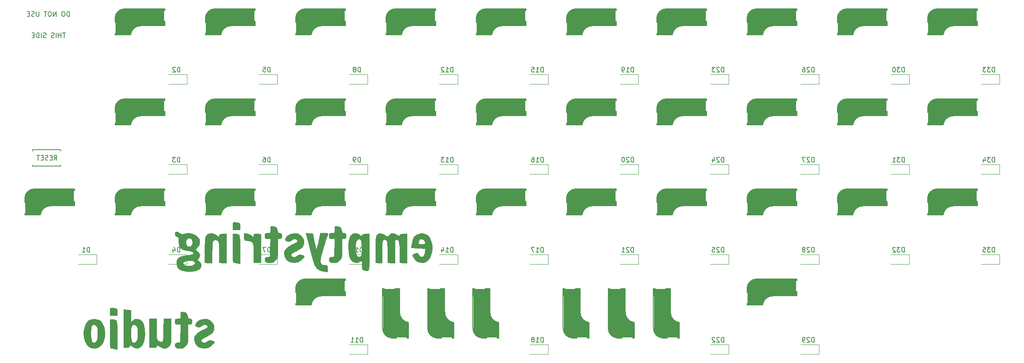
<source format=gbr>
G04 #@! TF.GenerationSoftware,KiCad,Pcbnew,(5.0.2)-1*
G04 #@! TF.CreationDate,2019-03-18T17:43:11+08:00*
G04 #@! TF.ProjectId,nqg,6e71672e-6b69-4636-9164-5f7063625858,rev?*
G04 #@! TF.SameCoordinates,Original*
G04 #@! TF.FileFunction,Legend,Bot*
G04 #@! TF.FilePolarity,Positive*
%FSLAX46Y46*%
G04 Gerber Fmt 4.6, Leading zero omitted, Abs format (unit mm)*
G04 Created by KiCad (PCBNEW (5.0.2)-1) date 18/03/2019 17:43:11*
%MOMM*%
%LPD*%
G01*
G04 APERTURE LIST*
%ADD10C,0.300000*%
%ADD11C,0.800000*%
%ADD12C,3.000000*%
%ADD13C,0.500000*%
%ADD14C,1.000000*%
%ADD15C,3.500000*%
%ADD16C,0.150000*%
%ADD17C,0.400000*%
%ADD18C,0.120000*%
%ADD19C,0.010000*%
G04 APERTURE END LIST*
D10*
G04 #@! TO.C,SW38*
X337100000Y-148599999D02*
X337100000Y-147700000D01*
D11*
X337600000Y-150800000D02*
X337600000Y-149000001D01*
D12*
X338730000Y-147300000D02*
X338730000Y-149540000D01*
D13*
X347200000Y-149100000D02*
X345800000Y-149100000D01*
D14*
X346800000Y-146400000D02*
X346800000Y-148900000D01*
D15*
X345500000Y-147600000D02*
X338800000Y-147600000D01*
D16*
X347500000Y-149400000D02*
X347500000Y-148400000D01*
X347500000Y-148400000D02*
X347300000Y-148400000D01*
X347280000Y-148400000D02*
X347280000Y-146150000D01*
X347300000Y-146150000D02*
X347500000Y-146150000D01*
X337000000Y-148700000D02*
X337200000Y-148700000D01*
X337230000Y-148700000D02*
X337230000Y-150940000D01*
X337200000Y-150940000D02*
X337000000Y-150940000D01*
X337000000Y-151300000D02*
X337000000Y-150940000D01*
X337000000Y-147700000D02*
X337000000Y-148700000D01*
X337000000Y-151300000D02*
X340280000Y-151300000D01*
X342500000Y-149400000D02*
X347500000Y-149400000D01*
X347500000Y-145800000D02*
X339099999Y-145800000D01*
X340283682Y-151278529D02*
G75*
G02X342500000Y-149400000I2151318J-291471D01*
G01*
X337000000Y-147700001D02*
G75*
G02X339099999Y-145800000I2000000J-99999D01*
G01*
X347500000Y-146150000D02*
X347500000Y-145800000D01*
D14*
X339883682Y-150878529D02*
G75*
G02X342100000Y-149000000I2151318J-291471D01*
G01*
D13*
X337200000Y-151100000D02*
X339900000Y-151100000D01*
D17*
X347300000Y-146000000D02*
X345900000Y-146000000D01*
X347300000Y-148500000D02*
X347300000Y-149200000D01*
D18*
G04 #@! TO.C,D1*
X161700000Y-178750000D02*
X161700000Y-180750000D01*
X161700000Y-180750000D02*
X157800000Y-180750000D01*
X161700000Y-178750000D02*
X157800000Y-178750000D01*
G04 #@! TO.C,D2*
X180750000Y-140650000D02*
X176850000Y-140650000D01*
X180750000Y-142650000D02*
X176850000Y-142650000D01*
X180750000Y-140650000D02*
X180750000Y-142650000D01*
G04 #@! TO.C,D3*
X180750000Y-159700000D02*
X180750000Y-161700000D01*
X180750000Y-161700000D02*
X176850000Y-161700000D01*
X180750000Y-159700000D02*
X176850000Y-159700000D01*
G04 #@! TO.C,D4*
X180750000Y-178750000D02*
X180750000Y-180750000D01*
X180750000Y-180750000D02*
X176850000Y-180750000D01*
X180750000Y-178750000D02*
X176850000Y-178750000D01*
G04 #@! TO.C,D5*
X199800000Y-140650000D02*
X199800000Y-142650000D01*
X199800000Y-142650000D02*
X195900000Y-142650000D01*
X199800000Y-140650000D02*
X195900000Y-140650000D01*
G04 #@! TO.C,D6*
X199800000Y-159700000D02*
X195900000Y-159700000D01*
X199800000Y-161700000D02*
X195900000Y-161700000D01*
X199800000Y-159700000D02*
X199800000Y-161700000D01*
G04 #@! TO.C,D7*
X199800000Y-178750000D02*
X195900000Y-178750000D01*
X199800000Y-180750000D02*
X195900000Y-180750000D01*
X199800000Y-178750000D02*
X199800000Y-180750000D01*
G04 #@! TO.C,D8*
X218850000Y-140650000D02*
X218850000Y-142650000D01*
X218850000Y-142650000D02*
X214950000Y-142650000D01*
X218850000Y-140650000D02*
X214950000Y-140650000D01*
G04 #@! TO.C,D9*
X218850000Y-159700000D02*
X218850000Y-161700000D01*
X218850000Y-161700000D02*
X214950000Y-161700000D01*
X218850000Y-159700000D02*
X214950000Y-159700000D01*
G04 #@! TO.C,D10*
X218850000Y-178750000D02*
X218850000Y-180750000D01*
X218850000Y-180750000D02*
X214950000Y-180750000D01*
X218850000Y-178750000D02*
X214950000Y-178750000D01*
G04 #@! TO.C,D11*
X218850000Y-197800000D02*
X214950000Y-197800000D01*
X218850000Y-199800000D02*
X214950000Y-199800000D01*
X218850000Y-197800000D02*
X218850000Y-199800000D01*
G04 #@! TO.C,D12*
X237900000Y-140650000D02*
X234000000Y-140650000D01*
X237900000Y-142650000D02*
X234000000Y-142650000D01*
X237900000Y-140650000D02*
X237900000Y-142650000D01*
G04 #@! TO.C,D13*
X237900000Y-159700000D02*
X234000000Y-159700000D01*
X237900000Y-161700000D02*
X234000000Y-161700000D01*
X237900000Y-159700000D02*
X237900000Y-161700000D01*
G04 #@! TO.C,D14*
X237900000Y-178750000D02*
X237900000Y-180750000D01*
X237900000Y-180750000D02*
X234000000Y-180750000D01*
X237900000Y-178750000D02*
X234000000Y-178750000D01*
G04 #@! TO.C,D15*
X256950000Y-140650000D02*
X256950000Y-142650000D01*
X256950000Y-142650000D02*
X253050000Y-142650000D01*
X256950000Y-140650000D02*
X253050000Y-140650000D01*
G04 #@! TO.C,D16*
X256950000Y-159700000D02*
X256950000Y-161700000D01*
X256950000Y-161700000D02*
X253050000Y-161700000D01*
X256950000Y-159700000D02*
X253050000Y-159700000D01*
G04 #@! TO.C,D17*
X256950000Y-178750000D02*
X256950000Y-180750000D01*
X256950000Y-180750000D02*
X253050000Y-180750000D01*
X256950000Y-178750000D02*
X253050000Y-178750000D01*
G04 #@! TO.C,D18*
X256950000Y-197800000D02*
X253050000Y-197800000D01*
X256950000Y-199800000D02*
X253050000Y-199800000D01*
X256950000Y-197800000D02*
X256950000Y-199800000D01*
G04 #@! TO.C,D19*
X276000000Y-140650000D02*
X272100000Y-140650000D01*
X276000000Y-142650000D02*
X272100000Y-142650000D01*
X276000000Y-140650000D02*
X276000000Y-142650000D01*
G04 #@! TO.C,D20*
X276000000Y-159700000D02*
X272100000Y-159700000D01*
X276000000Y-161700000D02*
X272100000Y-161700000D01*
X276000000Y-159700000D02*
X276000000Y-161700000D01*
G04 #@! TO.C,D21*
X276000000Y-178750000D02*
X272100000Y-178750000D01*
X276000000Y-180750000D02*
X272100000Y-180750000D01*
X276000000Y-178750000D02*
X276000000Y-180750000D01*
G04 #@! TO.C,D22*
X295050000Y-197800000D02*
X295050000Y-199800000D01*
X295050000Y-199800000D02*
X291150000Y-199800000D01*
X295050000Y-197800000D02*
X291150000Y-197800000D01*
G04 #@! TO.C,D23*
X295050000Y-140650000D02*
X295050000Y-142650000D01*
X295050000Y-142650000D02*
X291150000Y-142650000D01*
X295050000Y-140650000D02*
X291150000Y-140650000D01*
G04 #@! TO.C,D24*
X295050000Y-159700000D02*
X295050000Y-161700000D01*
X295050000Y-161700000D02*
X291150000Y-161700000D01*
X295050000Y-159700000D02*
X291150000Y-159700000D01*
G04 #@! TO.C,D25*
X295050000Y-178750000D02*
X295050000Y-180750000D01*
X295050000Y-180750000D02*
X291150000Y-180750000D01*
X295050000Y-178750000D02*
X291150000Y-178750000D01*
G04 #@! TO.C,D26*
X314100000Y-140650000D02*
X310200000Y-140650000D01*
X314100000Y-142650000D02*
X310200000Y-142650000D01*
X314100000Y-140650000D02*
X314100000Y-142650000D01*
G04 #@! TO.C,D27*
X314100000Y-159700000D02*
X310200000Y-159700000D01*
X314100000Y-161700000D02*
X310200000Y-161700000D01*
X314100000Y-159700000D02*
X314100000Y-161700000D01*
G04 #@! TO.C,D28*
X314100000Y-178750000D02*
X310200000Y-178750000D01*
X314100000Y-180750000D02*
X310200000Y-180750000D01*
X314100000Y-178750000D02*
X314100000Y-180750000D01*
G04 #@! TO.C,D29*
X314100000Y-197800000D02*
X310200000Y-197800000D01*
X314100000Y-199800000D02*
X310200000Y-199800000D01*
X314100000Y-197800000D02*
X314100000Y-199800000D01*
G04 #@! TO.C,D30*
X333150000Y-140650000D02*
X333150000Y-142650000D01*
X333150000Y-142650000D02*
X329250000Y-142650000D01*
X333150000Y-140650000D02*
X329250000Y-140650000D01*
G04 #@! TO.C,D31*
X333150000Y-159700000D02*
X333150000Y-161700000D01*
X333150000Y-161700000D02*
X329250000Y-161700000D01*
X333150000Y-159700000D02*
X329250000Y-159700000D01*
G04 #@! TO.C,D32*
X333150000Y-178750000D02*
X333150000Y-180750000D01*
X333150000Y-180750000D02*
X329250000Y-180750000D01*
X333150000Y-178750000D02*
X329250000Y-178750000D01*
G04 #@! TO.C,D33*
X352200000Y-140650000D02*
X348300000Y-140650000D01*
X352200000Y-142650000D02*
X348300000Y-142650000D01*
X352200000Y-140650000D02*
X352200000Y-142650000D01*
G04 #@! TO.C,D34*
X352200000Y-159700000D02*
X348300000Y-159700000D01*
X352200000Y-161700000D02*
X348300000Y-161700000D01*
X352200000Y-159700000D02*
X352200000Y-161700000D01*
G04 #@! TO.C,D35*
X352200000Y-178750000D02*
X348300000Y-178750000D01*
X352200000Y-180750000D02*
X348300000Y-180750000D01*
X352200000Y-178750000D02*
X352200000Y-180750000D01*
D17*
G04 #@! TO.C,SW1*
X156800000Y-167550000D02*
X156800000Y-168250000D01*
X156800000Y-165050000D02*
X155400000Y-165050000D01*
D13*
X146700000Y-170150000D02*
X149400000Y-170150000D01*
D14*
X149383682Y-169928529D02*
G75*
G02X151600000Y-168050000I2151318J-291471D01*
G01*
D16*
X157000000Y-165200000D02*
X157000000Y-164850000D01*
X146500000Y-166750001D02*
G75*
G02X148599999Y-164850000I2000000J-99999D01*
G01*
X149783682Y-170328529D02*
G75*
G02X152000000Y-168450000I2151318J-291471D01*
G01*
X157000000Y-164850000D02*
X148599999Y-164850000D01*
X152000000Y-168450000D02*
X157000000Y-168450000D01*
X146500000Y-170350000D02*
X149780000Y-170350000D01*
X146500000Y-166750000D02*
X146500000Y-167750000D01*
X146500000Y-170350000D02*
X146500000Y-169990000D01*
X146700000Y-169990000D02*
X146500000Y-169990000D01*
X146730000Y-167750000D02*
X146730000Y-169990000D01*
X146500000Y-167750000D02*
X146700000Y-167750000D01*
X156800000Y-165200000D02*
X157000000Y-165200000D01*
X156780000Y-167450000D02*
X156780000Y-165200000D01*
X157000000Y-167450000D02*
X156800000Y-167450000D01*
X157000000Y-168450000D02*
X157000000Y-167450000D01*
D15*
X155000000Y-166650000D02*
X148300000Y-166650000D01*
D14*
X156300000Y-165450000D02*
X156300000Y-167950000D01*
D13*
X156700000Y-168150000D02*
X155300000Y-168150000D01*
D12*
X148230000Y-166350000D02*
X148230000Y-168590000D01*
D11*
X147100000Y-169850000D02*
X147100000Y-168050001D01*
D10*
X146600000Y-167649999D02*
X146600000Y-166750000D01*
D17*
G04 #@! TO.C,SW2*
X175850000Y-129450000D02*
X175850000Y-130150000D01*
X175850000Y-126950000D02*
X174450000Y-126950000D01*
D13*
X165750000Y-132050000D02*
X168450000Y-132050000D01*
D14*
X168433682Y-131828529D02*
G75*
G02X170650000Y-129950000I2151318J-291471D01*
G01*
D16*
X176050000Y-127100000D02*
X176050000Y-126750000D01*
X165550000Y-128650001D02*
G75*
G02X167649999Y-126750000I2000000J-99999D01*
G01*
X168833682Y-132228529D02*
G75*
G02X171050000Y-130350000I2151318J-291471D01*
G01*
X176050000Y-126750000D02*
X167649999Y-126750000D01*
X171050000Y-130350000D02*
X176050000Y-130350000D01*
X165550000Y-132250000D02*
X168830000Y-132250000D01*
X165550000Y-128650000D02*
X165550000Y-129650000D01*
X165550000Y-132250000D02*
X165550000Y-131890000D01*
X165750000Y-131890000D02*
X165550000Y-131890000D01*
X165780000Y-129650000D02*
X165780000Y-131890000D01*
X165550000Y-129650000D02*
X165750000Y-129650000D01*
X175850000Y-127100000D02*
X176050000Y-127100000D01*
X175830000Y-129350000D02*
X175830000Y-127100000D01*
X176050000Y-129350000D02*
X175850000Y-129350000D01*
X176050000Y-130350000D02*
X176050000Y-129350000D01*
D15*
X174050000Y-128550000D02*
X167350000Y-128550000D01*
D14*
X175350000Y-127350000D02*
X175350000Y-129850000D01*
D13*
X175750000Y-130050000D02*
X174350000Y-130050000D01*
D12*
X167280000Y-128250000D02*
X167280000Y-130490000D01*
D11*
X166150000Y-131750000D02*
X166150000Y-129950001D01*
D10*
X165650000Y-129549999D02*
X165650000Y-128650000D01*
D17*
G04 #@! TO.C,SW3*
X175850000Y-148500000D02*
X175850000Y-149200000D01*
X175850000Y-146000000D02*
X174450000Y-146000000D01*
D13*
X165750000Y-151100000D02*
X168450000Y-151100000D01*
D14*
X168433682Y-150878529D02*
G75*
G02X170650000Y-149000000I2151318J-291471D01*
G01*
D16*
X176050000Y-146150000D02*
X176050000Y-145800000D01*
X165550000Y-147700001D02*
G75*
G02X167649999Y-145800000I2000000J-99999D01*
G01*
X168833682Y-151278529D02*
G75*
G02X171050000Y-149400000I2151318J-291471D01*
G01*
X176050000Y-145800000D02*
X167649999Y-145800000D01*
X171050000Y-149400000D02*
X176050000Y-149400000D01*
X165550000Y-151300000D02*
X168830000Y-151300000D01*
X165550000Y-147700000D02*
X165550000Y-148700000D01*
X165550000Y-151300000D02*
X165550000Y-150940000D01*
X165750000Y-150940000D02*
X165550000Y-150940000D01*
X165780000Y-148700000D02*
X165780000Y-150940000D01*
X165550000Y-148700000D02*
X165750000Y-148700000D01*
X175850000Y-146150000D02*
X176050000Y-146150000D01*
X175830000Y-148400000D02*
X175830000Y-146150000D01*
X176050000Y-148400000D02*
X175850000Y-148400000D01*
X176050000Y-149400000D02*
X176050000Y-148400000D01*
D15*
X174050000Y-147600000D02*
X167350000Y-147600000D01*
D14*
X175350000Y-146400000D02*
X175350000Y-148900000D01*
D13*
X175750000Y-149100000D02*
X174350000Y-149100000D01*
D12*
X167280000Y-147300000D02*
X167280000Y-149540000D01*
D11*
X166150000Y-150800000D02*
X166150000Y-149000001D01*
D10*
X165650000Y-148599999D02*
X165650000Y-147700000D01*
D17*
G04 #@! TO.C,SW4*
X175850000Y-167550000D02*
X175850000Y-168250000D01*
X175850000Y-165050000D02*
X174450000Y-165050000D01*
D13*
X165750000Y-170150000D02*
X168450000Y-170150000D01*
D14*
X168433682Y-169928529D02*
G75*
G02X170650000Y-168050000I2151318J-291471D01*
G01*
D16*
X176050000Y-165200000D02*
X176050000Y-164850000D01*
X165550000Y-166750001D02*
G75*
G02X167649999Y-164850000I2000000J-99999D01*
G01*
X168833682Y-170328529D02*
G75*
G02X171050000Y-168450000I2151318J-291471D01*
G01*
X176050000Y-164850000D02*
X167649999Y-164850000D01*
X171050000Y-168450000D02*
X176050000Y-168450000D01*
X165550000Y-170350000D02*
X168830000Y-170350000D01*
X165550000Y-166750000D02*
X165550000Y-167750000D01*
X165550000Y-170350000D02*
X165550000Y-169990000D01*
X165750000Y-169990000D02*
X165550000Y-169990000D01*
X165780000Y-167750000D02*
X165780000Y-169990000D01*
X165550000Y-167750000D02*
X165750000Y-167750000D01*
X175850000Y-165200000D02*
X176050000Y-165200000D01*
X175830000Y-167450000D02*
X175830000Y-165200000D01*
X176050000Y-167450000D02*
X175850000Y-167450000D01*
X176050000Y-168450000D02*
X176050000Y-167450000D01*
D15*
X174050000Y-166650000D02*
X167350000Y-166650000D01*
D14*
X175350000Y-165450000D02*
X175350000Y-167950000D01*
D13*
X175750000Y-168150000D02*
X174350000Y-168150000D01*
D12*
X167280000Y-166350000D02*
X167280000Y-168590000D01*
D11*
X166150000Y-169850000D02*
X166150000Y-168050001D01*
D10*
X165650000Y-167649999D02*
X165650000Y-166750000D01*
G04 #@! TO.C,SW5*
X184700000Y-129549999D02*
X184700000Y-128650000D01*
D11*
X185200000Y-131750000D02*
X185200000Y-129950001D01*
D12*
X186330000Y-128250000D02*
X186330000Y-130490000D01*
D13*
X194800000Y-130050000D02*
X193400000Y-130050000D01*
D14*
X194400000Y-127350000D02*
X194400000Y-129850000D01*
D15*
X193100000Y-128550000D02*
X186400000Y-128550000D01*
D16*
X195100000Y-130350000D02*
X195100000Y-129350000D01*
X195100000Y-129350000D02*
X194900000Y-129350000D01*
X194880000Y-129350000D02*
X194880000Y-127100000D01*
X194900000Y-127100000D02*
X195100000Y-127100000D01*
X184600000Y-129650000D02*
X184800000Y-129650000D01*
X184830000Y-129650000D02*
X184830000Y-131890000D01*
X184800000Y-131890000D02*
X184600000Y-131890000D01*
X184600000Y-132250000D02*
X184600000Y-131890000D01*
X184600000Y-128650000D02*
X184600000Y-129650000D01*
X184600000Y-132250000D02*
X187880000Y-132250000D01*
X190100000Y-130350000D02*
X195100000Y-130350000D01*
X195100000Y-126750000D02*
X186699999Y-126750000D01*
X187883682Y-132228529D02*
G75*
G02X190100000Y-130350000I2151318J-291471D01*
G01*
X184600000Y-128650001D02*
G75*
G02X186699999Y-126750000I2000000J-99999D01*
G01*
X195100000Y-127100000D02*
X195100000Y-126750000D01*
D14*
X187483682Y-131828529D02*
G75*
G02X189700000Y-129950000I2151318J-291471D01*
G01*
D13*
X184800000Y-132050000D02*
X187500000Y-132050000D01*
D17*
X194900000Y-126950000D02*
X193500000Y-126950000D01*
X194900000Y-129450000D02*
X194900000Y-130150000D01*
D10*
G04 #@! TO.C,SW6*
X184700000Y-148599999D02*
X184700000Y-147700000D01*
D11*
X185200000Y-150800000D02*
X185200000Y-149000001D01*
D12*
X186330000Y-147300000D02*
X186330000Y-149540000D01*
D13*
X194800000Y-149100000D02*
X193400000Y-149100000D01*
D14*
X194400000Y-146400000D02*
X194400000Y-148900000D01*
D15*
X193100000Y-147600000D02*
X186400000Y-147600000D01*
D16*
X195100000Y-149400000D02*
X195100000Y-148400000D01*
X195100000Y-148400000D02*
X194900000Y-148400000D01*
X194880000Y-148400000D02*
X194880000Y-146150000D01*
X194900000Y-146150000D02*
X195100000Y-146150000D01*
X184600000Y-148700000D02*
X184800000Y-148700000D01*
X184830000Y-148700000D02*
X184830000Y-150940000D01*
X184800000Y-150940000D02*
X184600000Y-150940000D01*
X184600000Y-151300000D02*
X184600000Y-150940000D01*
X184600000Y-147700000D02*
X184600000Y-148700000D01*
X184600000Y-151300000D02*
X187880000Y-151300000D01*
X190100000Y-149400000D02*
X195100000Y-149400000D01*
X195100000Y-145800000D02*
X186699999Y-145800000D01*
X187883682Y-151278529D02*
G75*
G02X190100000Y-149400000I2151318J-291471D01*
G01*
X184600000Y-147700001D02*
G75*
G02X186699999Y-145800000I2000000J-99999D01*
G01*
X195100000Y-146150000D02*
X195100000Y-145800000D01*
D14*
X187483682Y-150878529D02*
G75*
G02X189700000Y-149000000I2151318J-291471D01*
G01*
D13*
X184800000Y-151100000D02*
X187500000Y-151100000D01*
D17*
X194900000Y-146000000D02*
X193500000Y-146000000D01*
X194900000Y-148500000D02*
X194900000Y-149200000D01*
D10*
G04 #@! TO.C,SW7*
X184700000Y-167649999D02*
X184700000Y-166750000D01*
D11*
X185200000Y-169850000D02*
X185200000Y-168050001D01*
D12*
X186330000Y-166350000D02*
X186330000Y-168590000D01*
D13*
X194800000Y-168150000D02*
X193400000Y-168150000D01*
D14*
X194400000Y-165450000D02*
X194400000Y-167950000D01*
D15*
X193100000Y-166650000D02*
X186400000Y-166650000D01*
D16*
X195100000Y-168450000D02*
X195100000Y-167450000D01*
X195100000Y-167450000D02*
X194900000Y-167450000D01*
X194880000Y-167450000D02*
X194880000Y-165200000D01*
X194900000Y-165200000D02*
X195100000Y-165200000D01*
X184600000Y-167750000D02*
X184800000Y-167750000D01*
X184830000Y-167750000D02*
X184830000Y-169990000D01*
X184800000Y-169990000D02*
X184600000Y-169990000D01*
X184600000Y-170350000D02*
X184600000Y-169990000D01*
X184600000Y-166750000D02*
X184600000Y-167750000D01*
X184600000Y-170350000D02*
X187880000Y-170350000D01*
X190100000Y-168450000D02*
X195100000Y-168450000D01*
X195100000Y-164850000D02*
X186699999Y-164850000D01*
X187883682Y-170328529D02*
G75*
G02X190100000Y-168450000I2151318J-291471D01*
G01*
X184600000Y-166750001D02*
G75*
G02X186699999Y-164850000I2000000J-99999D01*
G01*
X195100000Y-165200000D02*
X195100000Y-164850000D01*
D14*
X187483682Y-169928529D02*
G75*
G02X189700000Y-168050000I2151318J-291471D01*
G01*
D13*
X184800000Y-170150000D02*
X187500000Y-170150000D01*
D17*
X194900000Y-165050000D02*
X193500000Y-165050000D01*
X194900000Y-167550000D02*
X194900000Y-168250000D01*
G04 #@! TO.C,SW8*
X213950000Y-129450000D02*
X213950000Y-130150000D01*
X213950000Y-126950000D02*
X212550000Y-126950000D01*
D13*
X203850000Y-132050000D02*
X206550000Y-132050000D01*
D14*
X206533682Y-131828529D02*
G75*
G02X208750000Y-129950000I2151318J-291471D01*
G01*
D16*
X214150000Y-127100000D02*
X214150000Y-126750000D01*
X203650000Y-128650001D02*
G75*
G02X205749999Y-126750000I2000000J-99999D01*
G01*
X206933682Y-132228529D02*
G75*
G02X209150000Y-130350000I2151318J-291471D01*
G01*
X214150000Y-126750000D02*
X205749999Y-126750000D01*
X209150000Y-130350000D02*
X214150000Y-130350000D01*
X203650000Y-132250000D02*
X206930000Y-132250000D01*
X203650000Y-128650000D02*
X203650000Y-129650000D01*
X203650000Y-132250000D02*
X203650000Y-131890000D01*
X203850000Y-131890000D02*
X203650000Y-131890000D01*
X203880000Y-129650000D02*
X203880000Y-131890000D01*
X203650000Y-129650000D02*
X203850000Y-129650000D01*
X213950000Y-127100000D02*
X214150000Y-127100000D01*
X213930000Y-129350000D02*
X213930000Y-127100000D01*
X214150000Y-129350000D02*
X213950000Y-129350000D01*
X214150000Y-130350000D02*
X214150000Y-129350000D01*
D15*
X212150000Y-128550000D02*
X205450000Y-128550000D01*
D14*
X213450000Y-127350000D02*
X213450000Y-129850000D01*
D13*
X213850000Y-130050000D02*
X212450000Y-130050000D01*
D12*
X205380000Y-128250000D02*
X205380000Y-130490000D01*
D11*
X204250000Y-131750000D02*
X204250000Y-129950001D01*
D10*
X203750000Y-129549999D02*
X203750000Y-128650000D01*
D17*
G04 #@! TO.C,SW9*
X213950000Y-148500000D02*
X213950000Y-149200000D01*
X213950000Y-146000000D02*
X212550000Y-146000000D01*
D13*
X203850000Y-151100000D02*
X206550000Y-151100000D01*
D14*
X206533682Y-150878529D02*
G75*
G02X208750000Y-149000000I2151318J-291471D01*
G01*
D16*
X214150000Y-146150000D02*
X214150000Y-145800000D01*
X203650000Y-147700001D02*
G75*
G02X205749999Y-145800000I2000000J-99999D01*
G01*
X206933682Y-151278529D02*
G75*
G02X209150000Y-149400000I2151318J-291471D01*
G01*
X214150000Y-145800000D02*
X205749999Y-145800000D01*
X209150000Y-149400000D02*
X214150000Y-149400000D01*
X203650000Y-151300000D02*
X206930000Y-151300000D01*
X203650000Y-147700000D02*
X203650000Y-148700000D01*
X203650000Y-151300000D02*
X203650000Y-150940000D01*
X203850000Y-150940000D02*
X203650000Y-150940000D01*
X203880000Y-148700000D02*
X203880000Y-150940000D01*
X203650000Y-148700000D02*
X203850000Y-148700000D01*
X213950000Y-146150000D02*
X214150000Y-146150000D01*
X213930000Y-148400000D02*
X213930000Y-146150000D01*
X214150000Y-148400000D02*
X213950000Y-148400000D01*
X214150000Y-149400000D02*
X214150000Y-148400000D01*
D15*
X212150000Y-147600000D02*
X205450000Y-147600000D01*
D14*
X213450000Y-146400000D02*
X213450000Y-148900000D01*
D13*
X213850000Y-149100000D02*
X212450000Y-149100000D01*
D12*
X205380000Y-147300000D02*
X205380000Y-149540000D01*
D11*
X204250000Y-150800000D02*
X204250000Y-149000001D01*
D10*
X203750000Y-148599999D02*
X203750000Y-147700000D01*
D17*
G04 #@! TO.C,SW10*
X213950000Y-167550000D02*
X213950000Y-168250000D01*
X213950000Y-165050000D02*
X212550000Y-165050000D01*
D13*
X203850000Y-170150000D02*
X206550000Y-170150000D01*
D14*
X206533682Y-169928529D02*
G75*
G02X208750000Y-168050000I2151318J-291471D01*
G01*
D16*
X214150000Y-165200000D02*
X214150000Y-164850000D01*
X203650000Y-166750001D02*
G75*
G02X205749999Y-164850000I2000000J-99999D01*
G01*
X206933682Y-170328529D02*
G75*
G02X209150000Y-168450000I2151318J-291471D01*
G01*
X214150000Y-164850000D02*
X205749999Y-164850000D01*
X209150000Y-168450000D02*
X214150000Y-168450000D01*
X203650000Y-170350000D02*
X206930000Y-170350000D01*
X203650000Y-166750000D02*
X203650000Y-167750000D01*
X203650000Y-170350000D02*
X203650000Y-169990000D01*
X203850000Y-169990000D02*
X203650000Y-169990000D01*
X203880000Y-167750000D02*
X203880000Y-169990000D01*
X203650000Y-167750000D02*
X203850000Y-167750000D01*
X213950000Y-165200000D02*
X214150000Y-165200000D01*
X213930000Y-167450000D02*
X213930000Y-165200000D01*
X214150000Y-167450000D02*
X213950000Y-167450000D01*
X214150000Y-168450000D02*
X214150000Y-167450000D01*
D15*
X212150000Y-166650000D02*
X205450000Y-166650000D01*
D14*
X213450000Y-165450000D02*
X213450000Y-167950000D01*
D13*
X213850000Y-168150000D02*
X212450000Y-168150000D01*
D12*
X205380000Y-166350000D02*
X205380000Y-168590000D01*
D11*
X204250000Y-169850000D02*
X204250000Y-168050001D01*
D10*
X203750000Y-167649999D02*
X203750000Y-166750000D01*
G04 #@! TO.C,SW11*
X203750000Y-186699999D02*
X203750000Y-185800000D01*
D11*
X204250000Y-188900000D02*
X204250000Y-187100001D01*
D12*
X205380000Y-185400000D02*
X205380000Y-187640000D01*
D13*
X213850000Y-187200000D02*
X212450000Y-187200000D01*
D14*
X213450000Y-184500000D02*
X213450000Y-187000000D01*
D15*
X212150000Y-185700000D02*
X205450000Y-185700000D01*
D16*
X214150000Y-187500000D02*
X214150000Y-186500000D01*
X214150000Y-186500000D02*
X213950000Y-186500000D01*
X213930000Y-186500000D02*
X213930000Y-184250000D01*
X213950000Y-184250000D02*
X214150000Y-184250000D01*
X203650000Y-186800000D02*
X203850000Y-186800000D01*
X203880000Y-186800000D02*
X203880000Y-189040000D01*
X203850000Y-189040000D02*
X203650000Y-189040000D01*
X203650000Y-189400000D02*
X203650000Y-189040000D01*
X203650000Y-185800000D02*
X203650000Y-186800000D01*
X203650000Y-189400000D02*
X206930000Y-189400000D01*
X209150000Y-187500000D02*
X214150000Y-187500000D01*
X214150000Y-183900000D02*
X205749999Y-183900000D01*
X206933682Y-189378529D02*
G75*
G02X209150000Y-187500000I2151318J-291471D01*
G01*
X203650000Y-185800001D02*
G75*
G02X205749999Y-183900000I2000000J-99999D01*
G01*
X214150000Y-184250000D02*
X214150000Y-183900000D01*
D14*
X206533682Y-188978529D02*
G75*
G02X208750000Y-187100000I2151318J-291471D01*
G01*
D13*
X203850000Y-189200000D02*
X206550000Y-189200000D01*
D17*
X213950000Y-184100000D02*
X212550000Y-184100000D01*
X213950000Y-186600000D02*
X213950000Y-187300000D01*
D10*
G04 #@! TO.C,SW12*
X222800000Y-129549999D02*
X222800000Y-128650000D01*
D11*
X223300000Y-131750000D02*
X223300000Y-129950001D01*
D12*
X224430000Y-128250000D02*
X224430000Y-130490000D01*
D13*
X232900000Y-130050000D02*
X231500000Y-130050000D01*
D14*
X232500000Y-127350000D02*
X232500000Y-129850000D01*
D15*
X231200000Y-128550000D02*
X224500000Y-128550000D01*
D16*
X233200000Y-130350000D02*
X233200000Y-129350000D01*
X233200000Y-129350000D02*
X233000000Y-129350000D01*
X232980000Y-129350000D02*
X232980000Y-127100000D01*
X233000000Y-127100000D02*
X233200000Y-127100000D01*
X222700000Y-129650000D02*
X222900000Y-129650000D01*
X222930000Y-129650000D02*
X222930000Y-131890000D01*
X222900000Y-131890000D02*
X222700000Y-131890000D01*
X222700000Y-132250000D02*
X222700000Y-131890000D01*
X222700000Y-128650000D02*
X222700000Y-129650000D01*
X222700000Y-132250000D02*
X225980000Y-132250000D01*
X228200000Y-130350000D02*
X233200000Y-130350000D01*
X233200000Y-126750000D02*
X224799999Y-126750000D01*
X225983682Y-132228529D02*
G75*
G02X228200000Y-130350000I2151318J-291471D01*
G01*
X222700000Y-128650001D02*
G75*
G02X224799999Y-126750000I2000000J-99999D01*
G01*
X233200000Y-127100000D02*
X233200000Y-126750000D01*
D14*
X225583682Y-131828529D02*
G75*
G02X227800000Y-129950000I2151318J-291471D01*
G01*
D13*
X222900000Y-132050000D02*
X225600000Y-132050000D01*
D17*
X233000000Y-126950000D02*
X231600000Y-126950000D01*
X233000000Y-129450000D02*
X233000000Y-130150000D01*
D10*
G04 #@! TO.C,SW13*
X222800000Y-148599999D02*
X222800000Y-147700000D01*
D11*
X223300000Y-150800000D02*
X223300000Y-149000001D01*
D12*
X224430000Y-147300000D02*
X224430000Y-149540000D01*
D13*
X232900000Y-149100000D02*
X231500000Y-149100000D01*
D14*
X232500000Y-146400000D02*
X232500000Y-148900000D01*
D15*
X231200000Y-147600000D02*
X224500000Y-147600000D01*
D16*
X233200000Y-149400000D02*
X233200000Y-148400000D01*
X233200000Y-148400000D02*
X233000000Y-148400000D01*
X232980000Y-148400000D02*
X232980000Y-146150000D01*
X233000000Y-146150000D02*
X233200000Y-146150000D01*
X222700000Y-148700000D02*
X222900000Y-148700000D01*
X222930000Y-148700000D02*
X222930000Y-150940000D01*
X222900000Y-150940000D02*
X222700000Y-150940000D01*
X222700000Y-151300000D02*
X222700000Y-150940000D01*
X222700000Y-147700000D02*
X222700000Y-148700000D01*
X222700000Y-151300000D02*
X225980000Y-151300000D01*
X228200000Y-149400000D02*
X233200000Y-149400000D01*
X233200000Y-145800000D02*
X224799999Y-145800000D01*
X225983682Y-151278529D02*
G75*
G02X228200000Y-149400000I2151318J-291471D01*
G01*
X222700000Y-147700001D02*
G75*
G02X224799999Y-145800000I2000000J-99999D01*
G01*
X233200000Y-146150000D02*
X233200000Y-145800000D01*
D14*
X225583682Y-150878529D02*
G75*
G02X227800000Y-149000000I2151318J-291471D01*
G01*
D13*
X222900000Y-151100000D02*
X225600000Y-151100000D01*
D17*
X233000000Y-146000000D02*
X231600000Y-146000000D01*
X233000000Y-148500000D02*
X233000000Y-149200000D01*
G04 #@! TO.C,SW14*
X233000000Y-167550000D02*
X233000000Y-168250000D01*
X233000000Y-165050000D02*
X231600000Y-165050000D01*
D13*
X222900000Y-170150000D02*
X225600000Y-170150000D01*
D14*
X225583682Y-169928529D02*
G75*
G02X227800000Y-168050000I2151318J-291471D01*
G01*
D16*
X233200000Y-165200000D02*
X233200000Y-164850000D01*
X222700000Y-166750001D02*
G75*
G02X224799999Y-164850000I2000000J-99999D01*
G01*
X225983682Y-170328529D02*
G75*
G02X228200000Y-168450000I2151318J-291471D01*
G01*
X233200000Y-164850000D02*
X224799999Y-164850000D01*
X228200000Y-168450000D02*
X233200000Y-168450000D01*
X222700000Y-170350000D02*
X225980000Y-170350000D01*
X222700000Y-166750000D02*
X222700000Y-167750000D01*
X222700000Y-170350000D02*
X222700000Y-169990000D01*
X222900000Y-169990000D02*
X222700000Y-169990000D01*
X222930000Y-167750000D02*
X222930000Y-169990000D01*
X222700000Y-167750000D02*
X222900000Y-167750000D01*
X233000000Y-165200000D02*
X233200000Y-165200000D01*
X232980000Y-167450000D02*
X232980000Y-165200000D01*
X233200000Y-167450000D02*
X233000000Y-167450000D01*
X233200000Y-168450000D02*
X233200000Y-167450000D01*
D15*
X231200000Y-166650000D02*
X224500000Y-166650000D01*
D14*
X232500000Y-165450000D02*
X232500000Y-167950000D01*
D13*
X232900000Y-168150000D02*
X231500000Y-168150000D01*
D12*
X224430000Y-166350000D02*
X224430000Y-168590000D01*
D11*
X223300000Y-169850000D02*
X223300000Y-168050001D01*
D10*
X222800000Y-167649999D02*
X222800000Y-166750000D01*
D17*
G04 #@! TO.C,SW15*
X252050000Y-129450000D02*
X252050000Y-130150000D01*
X252050000Y-126950000D02*
X250650000Y-126950000D01*
D13*
X241950000Y-132050000D02*
X244650000Y-132050000D01*
D14*
X244633682Y-131828529D02*
G75*
G02X246850000Y-129950000I2151318J-291471D01*
G01*
D16*
X252250000Y-127100000D02*
X252250000Y-126750000D01*
X241750000Y-128650001D02*
G75*
G02X243849999Y-126750000I2000000J-99999D01*
G01*
X245033682Y-132228529D02*
G75*
G02X247250000Y-130350000I2151318J-291471D01*
G01*
X252250000Y-126750000D02*
X243849999Y-126750000D01*
X247250000Y-130350000D02*
X252250000Y-130350000D01*
X241750000Y-132250000D02*
X245030000Y-132250000D01*
X241750000Y-128650000D02*
X241750000Y-129650000D01*
X241750000Y-132250000D02*
X241750000Y-131890000D01*
X241950000Y-131890000D02*
X241750000Y-131890000D01*
X241980000Y-129650000D02*
X241980000Y-131890000D01*
X241750000Y-129650000D02*
X241950000Y-129650000D01*
X252050000Y-127100000D02*
X252250000Y-127100000D01*
X252030000Y-129350000D02*
X252030000Y-127100000D01*
X252250000Y-129350000D02*
X252050000Y-129350000D01*
X252250000Y-130350000D02*
X252250000Y-129350000D01*
D15*
X250250000Y-128550000D02*
X243550000Y-128550000D01*
D14*
X251550000Y-127350000D02*
X251550000Y-129850000D01*
D13*
X251950000Y-130050000D02*
X250550000Y-130050000D01*
D12*
X243480000Y-128250000D02*
X243480000Y-130490000D01*
D11*
X242350000Y-131750000D02*
X242350000Y-129950001D01*
D10*
X241850000Y-129549999D02*
X241850000Y-128650000D01*
D17*
G04 #@! TO.C,SW16*
X252050000Y-148500000D02*
X252050000Y-149200000D01*
X252050000Y-146000000D02*
X250650000Y-146000000D01*
D13*
X241950000Y-151100000D02*
X244650000Y-151100000D01*
D14*
X244633682Y-150878529D02*
G75*
G02X246850000Y-149000000I2151318J-291471D01*
G01*
D16*
X252250000Y-146150000D02*
X252250000Y-145800000D01*
X241750000Y-147700001D02*
G75*
G02X243849999Y-145800000I2000000J-99999D01*
G01*
X245033682Y-151278529D02*
G75*
G02X247250000Y-149400000I2151318J-291471D01*
G01*
X252250000Y-145800000D02*
X243849999Y-145800000D01*
X247250000Y-149400000D02*
X252250000Y-149400000D01*
X241750000Y-151300000D02*
X245030000Y-151300000D01*
X241750000Y-147700000D02*
X241750000Y-148700000D01*
X241750000Y-151300000D02*
X241750000Y-150940000D01*
X241950000Y-150940000D02*
X241750000Y-150940000D01*
X241980000Y-148700000D02*
X241980000Y-150940000D01*
X241750000Y-148700000D02*
X241950000Y-148700000D01*
X252050000Y-146150000D02*
X252250000Y-146150000D01*
X252030000Y-148400000D02*
X252030000Y-146150000D01*
X252250000Y-148400000D02*
X252050000Y-148400000D01*
X252250000Y-149400000D02*
X252250000Y-148400000D01*
D15*
X250250000Y-147600000D02*
X243550000Y-147600000D01*
D14*
X251550000Y-146400000D02*
X251550000Y-148900000D01*
D13*
X251950000Y-149100000D02*
X250550000Y-149100000D01*
D12*
X243480000Y-147300000D02*
X243480000Y-149540000D01*
D11*
X242350000Y-150800000D02*
X242350000Y-149000001D01*
D10*
X241850000Y-148599999D02*
X241850000Y-147700000D01*
D17*
G04 #@! TO.C,SW17*
X252050000Y-167550000D02*
X252050000Y-168250000D01*
X252050000Y-165050000D02*
X250650000Y-165050000D01*
D13*
X241950000Y-170150000D02*
X244650000Y-170150000D01*
D14*
X244633682Y-169928529D02*
G75*
G02X246850000Y-168050000I2151318J-291471D01*
G01*
D16*
X252250000Y-165200000D02*
X252250000Y-164850000D01*
X241750000Y-166750001D02*
G75*
G02X243849999Y-164850000I2000000J-99999D01*
G01*
X245033682Y-170328529D02*
G75*
G02X247250000Y-168450000I2151318J-291471D01*
G01*
X252250000Y-164850000D02*
X243849999Y-164850000D01*
X247250000Y-168450000D02*
X252250000Y-168450000D01*
X241750000Y-170350000D02*
X245030000Y-170350000D01*
X241750000Y-166750000D02*
X241750000Y-167750000D01*
X241750000Y-170350000D02*
X241750000Y-169990000D01*
X241950000Y-169990000D02*
X241750000Y-169990000D01*
X241980000Y-167750000D02*
X241980000Y-169990000D01*
X241750000Y-167750000D02*
X241950000Y-167750000D01*
X252050000Y-165200000D02*
X252250000Y-165200000D01*
X252030000Y-167450000D02*
X252030000Y-165200000D01*
X252250000Y-167450000D02*
X252050000Y-167450000D01*
X252250000Y-168450000D02*
X252250000Y-167450000D01*
D15*
X250250000Y-166650000D02*
X243550000Y-166650000D01*
D14*
X251550000Y-165450000D02*
X251550000Y-167950000D01*
D13*
X251950000Y-168150000D02*
X250550000Y-168150000D01*
D12*
X243480000Y-166350000D02*
X243480000Y-168590000D01*
D11*
X242350000Y-169850000D02*
X242350000Y-168050001D01*
D10*
X241850000Y-167649999D02*
X241850000Y-166750000D01*
G04 #@! TO.C,SW18*
X224799999Y-196300000D02*
X223900000Y-196300000D01*
D11*
X227000000Y-195800000D02*
X225200001Y-195800000D01*
D12*
X223500000Y-194670000D02*
X225740000Y-194670000D01*
D13*
X225300000Y-186200000D02*
X225300000Y-187600000D01*
D14*
X222600000Y-186600000D02*
X225100000Y-186600000D01*
D15*
X223800000Y-187900000D02*
X223800000Y-194600000D01*
D16*
X225600000Y-185900000D02*
X224600000Y-185900000D01*
X224600000Y-185900000D02*
X224600000Y-186100000D01*
X224600000Y-186120000D02*
X222350000Y-186120000D01*
X222350000Y-186100000D02*
X222350000Y-185900000D01*
X224900000Y-196400000D02*
X224900000Y-196200000D01*
X224900000Y-196170000D02*
X227140000Y-196170000D01*
X227140000Y-196200000D02*
X227140000Y-196400000D01*
X227500000Y-196400000D02*
X227140000Y-196400000D01*
X223900000Y-196400000D02*
X224900000Y-196400000D01*
X227500000Y-196400000D02*
X227500000Y-193120000D01*
X225600000Y-190900000D02*
X225600000Y-185900000D01*
X222000000Y-185900000D02*
X222000000Y-194300001D01*
X227478529Y-193116318D02*
G75*
G02X225600000Y-190900000I291471J2151318D01*
G01*
X223900001Y-196400000D02*
G75*
G02X222000000Y-194300001I99999J2000000D01*
G01*
X222350000Y-185900000D02*
X222000000Y-185900000D01*
D14*
X227078529Y-193516318D02*
G75*
G02X225200000Y-191300000I291471J2151318D01*
G01*
D13*
X227300000Y-196200000D02*
X227300000Y-193500000D01*
D17*
X222200000Y-186100000D02*
X222200000Y-187500000D01*
X224700000Y-186100000D02*
X225400000Y-186100000D01*
G04 #@! TO.C,SW19*
X234225000Y-186100000D02*
X234925000Y-186100000D01*
X231725000Y-186100000D02*
X231725000Y-187500000D01*
D13*
X236825000Y-196200000D02*
X236825000Y-193500000D01*
D14*
X236603529Y-193516318D02*
G75*
G02X234725000Y-191300000I291471J2151318D01*
G01*
D16*
X231875000Y-185900000D02*
X231525000Y-185900000D01*
X233425001Y-196400000D02*
G75*
G02X231525000Y-194300001I99999J2000000D01*
G01*
X237003529Y-193116318D02*
G75*
G02X235125000Y-190900000I291471J2151318D01*
G01*
X231525000Y-185900000D02*
X231525000Y-194300001D01*
X235125000Y-190900000D02*
X235125000Y-185900000D01*
X237025000Y-196400000D02*
X237025000Y-193120000D01*
X233425000Y-196400000D02*
X234425000Y-196400000D01*
X237025000Y-196400000D02*
X236665000Y-196400000D01*
X236665000Y-196200000D02*
X236665000Y-196400000D01*
X234425000Y-196170000D02*
X236665000Y-196170000D01*
X234425000Y-196400000D02*
X234425000Y-196200000D01*
X231875000Y-186100000D02*
X231875000Y-185900000D01*
X234125000Y-186120000D02*
X231875000Y-186120000D01*
X234125000Y-185900000D02*
X234125000Y-186100000D01*
X235125000Y-185900000D02*
X234125000Y-185900000D01*
D15*
X233325000Y-187900000D02*
X233325000Y-194600000D01*
D14*
X232125000Y-186600000D02*
X234625000Y-186600000D01*
D13*
X234825000Y-186200000D02*
X234825000Y-187600000D01*
D12*
X233025000Y-194670000D02*
X235265000Y-194670000D01*
D11*
X236525000Y-195800000D02*
X234725001Y-195800000D01*
D10*
X234324999Y-196300000D02*
X233425000Y-196300000D01*
G04 #@! TO.C,SW20*
X243849999Y-196300000D02*
X242950000Y-196300000D01*
D11*
X246050000Y-195800000D02*
X244250001Y-195800000D01*
D12*
X242550000Y-194670000D02*
X244790000Y-194670000D01*
D13*
X244350000Y-186200000D02*
X244350000Y-187600000D01*
D14*
X241650000Y-186600000D02*
X244150000Y-186600000D01*
D15*
X242850000Y-187900000D02*
X242850000Y-194600000D01*
D16*
X244650000Y-185900000D02*
X243650000Y-185900000D01*
X243650000Y-185900000D02*
X243650000Y-186100000D01*
X243650000Y-186120000D02*
X241400000Y-186120000D01*
X241400000Y-186100000D02*
X241400000Y-185900000D01*
X243950000Y-196400000D02*
X243950000Y-196200000D01*
X243950000Y-196170000D02*
X246190000Y-196170000D01*
X246190000Y-196200000D02*
X246190000Y-196400000D01*
X246550000Y-196400000D02*
X246190000Y-196400000D01*
X242950000Y-196400000D02*
X243950000Y-196400000D01*
X246550000Y-196400000D02*
X246550000Y-193120000D01*
X244650000Y-190900000D02*
X244650000Y-185900000D01*
X241050000Y-185900000D02*
X241050000Y-194300001D01*
X246528529Y-193116318D02*
G75*
G02X244650000Y-190900000I291471J2151318D01*
G01*
X242950001Y-196400000D02*
G75*
G02X241050000Y-194300001I99999J2000000D01*
G01*
X241400000Y-185900000D02*
X241050000Y-185900000D01*
D14*
X246128529Y-193516318D02*
G75*
G02X244250000Y-191300000I291471J2151318D01*
G01*
D13*
X246350000Y-196200000D02*
X246350000Y-193500000D01*
D17*
X241250000Y-186100000D02*
X241250000Y-187500000D01*
X243750000Y-186100000D02*
X244450000Y-186100000D01*
D10*
G04 #@! TO.C,SW21*
X260900000Y-129549999D02*
X260900000Y-128650000D01*
D11*
X261400000Y-131750000D02*
X261400000Y-129950001D01*
D12*
X262530000Y-128250000D02*
X262530000Y-130490000D01*
D13*
X271000000Y-130050000D02*
X269600000Y-130050000D01*
D14*
X270600000Y-127350000D02*
X270600000Y-129850000D01*
D15*
X269300000Y-128550000D02*
X262600000Y-128550000D01*
D16*
X271300000Y-130350000D02*
X271300000Y-129350000D01*
X271300000Y-129350000D02*
X271100000Y-129350000D01*
X271080000Y-129350000D02*
X271080000Y-127100000D01*
X271100000Y-127100000D02*
X271300000Y-127100000D01*
X260800000Y-129650000D02*
X261000000Y-129650000D01*
X261030000Y-129650000D02*
X261030000Y-131890000D01*
X261000000Y-131890000D02*
X260800000Y-131890000D01*
X260800000Y-132250000D02*
X260800000Y-131890000D01*
X260800000Y-128650000D02*
X260800000Y-129650000D01*
X260800000Y-132250000D02*
X264080000Y-132250000D01*
X266300000Y-130350000D02*
X271300000Y-130350000D01*
X271300000Y-126750000D02*
X262899999Y-126750000D01*
X264083682Y-132228529D02*
G75*
G02X266300000Y-130350000I2151318J-291471D01*
G01*
X260800000Y-128650001D02*
G75*
G02X262899999Y-126750000I2000000J-99999D01*
G01*
X271300000Y-127100000D02*
X271300000Y-126750000D01*
D14*
X263683682Y-131828529D02*
G75*
G02X265900000Y-129950000I2151318J-291471D01*
G01*
D13*
X261000000Y-132050000D02*
X263700000Y-132050000D01*
D17*
X271100000Y-126950000D02*
X269700000Y-126950000D01*
X271100000Y-129450000D02*
X271100000Y-130150000D01*
D10*
G04 #@! TO.C,SW22*
X260900000Y-148599999D02*
X260900000Y-147700000D01*
D11*
X261400000Y-150800000D02*
X261400000Y-149000001D01*
D12*
X262530000Y-147300000D02*
X262530000Y-149540000D01*
D13*
X271000000Y-149100000D02*
X269600000Y-149100000D01*
D14*
X270600000Y-146400000D02*
X270600000Y-148900000D01*
D15*
X269300000Y-147600000D02*
X262600000Y-147600000D01*
D16*
X271300000Y-149400000D02*
X271300000Y-148400000D01*
X271300000Y-148400000D02*
X271100000Y-148400000D01*
X271080000Y-148400000D02*
X271080000Y-146150000D01*
X271100000Y-146150000D02*
X271300000Y-146150000D01*
X260800000Y-148700000D02*
X261000000Y-148700000D01*
X261030000Y-148700000D02*
X261030000Y-150940000D01*
X261000000Y-150940000D02*
X260800000Y-150940000D01*
X260800000Y-151300000D02*
X260800000Y-150940000D01*
X260800000Y-147700000D02*
X260800000Y-148700000D01*
X260800000Y-151300000D02*
X264080000Y-151300000D01*
X266300000Y-149400000D02*
X271300000Y-149400000D01*
X271300000Y-145800000D02*
X262899999Y-145800000D01*
X264083682Y-151278529D02*
G75*
G02X266300000Y-149400000I2151318J-291471D01*
G01*
X260800000Y-147700001D02*
G75*
G02X262899999Y-145800000I2000000J-99999D01*
G01*
X271300000Y-146150000D02*
X271300000Y-145800000D01*
D14*
X263683682Y-150878529D02*
G75*
G02X265900000Y-149000000I2151318J-291471D01*
G01*
D13*
X261000000Y-151100000D02*
X263700000Y-151100000D01*
D17*
X271100000Y-146000000D02*
X269700000Y-146000000D01*
X271100000Y-148500000D02*
X271100000Y-149200000D01*
D10*
G04 #@! TO.C,SW23*
X260900000Y-167649999D02*
X260900000Y-166750000D01*
D11*
X261400000Y-169850000D02*
X261400000Y-168050001D01*
D12*
X262530000Y-166350000D02*
X262530000Y-168590000D01*
D13*
X271000000Y-168150000D02*
X269600000Y-168150000D01*
D14*
X270600000Y-165450000D02*
X270600000Y-167950000D01*
D15*
X269300000Y-166650000D02*
X262600000Y-166650000D01*
D16*
X271300000Y-168450000D02*
X271300000Y-167450000D01*
X271300000Y-167450000D02*
X271100000Y-167450000D01*
X271080000Y-167450000D02*
X271080000Y-165200000D01*
X271100000Y-165200000D02*
X271300000Y-165200000D01*
X260800000Y-167750000D02*
X261000000Y-167750000D01*
X261030000Y-167750000D02*
X261030000Y-169990000D01*
X261000000Y-169990000D02*
X260800000Y-169990000D01*
X260800000Y-170350000D02*
X260800000Y-169990000D01*
X260800000Y-166750000D02*
X260800000Y-167750000D01*
X260800000Y-170350000D02*
X264080000Y-170350000D01*
X266300000Y-168450000D02*
X271300000Y-168450000D01*
X271300000Y-164850000D02*
X262899999Y-164850000D01*
X264083682Y-170328529D02*
G75*
G02X266300000Y-168450000I2151318J-291471D01*
G01*
X260800000Y-166750001D02*
G75*
G02X262899999Y-164850000I2000000J-99999D01*
G01*
X271300000Y-165200000D02*
X271300000Y-164850000D01*
D14*
X263683682Y-169928529D02*
G75*
G02X265900000Y-168050000I2151318J-291471D01*
G01*
D13*
X261000000Y-170150000D02*
X263700000Y-170150000D01*
D17*
X271100000Y-165050000D02*
X269700000Y-165050000D01*
X271100000Y-167550000D02*
X271100000Y-168250000D01*
D10*
G04 #@! TO.C,SW24*
X262899999Y-196300000D02*
X262000000Y-196300000D01*
D11*
X265100000Y-195800000D02*
X263300001Y-195800000D01*
D12*
X261600000Y-194670000D02*
X263840000Y-194670000D01*
D13*
X263400000Y-186200000D02*
X263400000Y-187600000D01*
D14*
X260700000Y-186600000D02*
X263200000Y-186600000D01*
D15*
X261900000Y-187900000D02*
X261900000Y-194600000D01*
D16*
X263700000Y-185900000D02*
X262700000Y-185900000D01*
X262700000Y-185900000D02*
X262700000Y-186100000D01*
X262700000Y-186120000D02*
X260450000Y-186120000D01*
X260450000Y-186100000D02*
X260450000Y-185900000D01*
X263000000Y-196400000D02*
X263000000Y-196200000D01*
X263000000Y-196170000D02*
X265240000Y-196170000D01*
X265240000Y-196200000D02*
X265240000Y-196400000D01*
X265600000Y-196400000D02*
X265240000Y-196400000D01*
X262000000Y-196400000D02*
X263000000Y-196400000D01*
X265600000Y-196400000D02*
X265600000Y-193120000D01*
X263700000Y-190900000D02*
X263700000Y-185900000D01*
X260100000Y-185900000D02*
X260100000Y-194300001D01*
X265578529Y-193116318D02*
G75*
G02X263700000Y-190900000I291471J2151318D01*
G01*
X262000001Y-196400000D02*
G75*
G02X260100000Y-194300001I99999J2000000D01*
G01*
X260450000Y-185900000D02*
X260100000Y-185900000D01*
D14*
X265178529Y-193516318D02*
G75*
G02X263300000Y-191300000I291471J2151318D01*
G01*
D13*
X265400000Y-196200000D02*
X265400000Y-193500000D01*
D17*
X260300000Y-186100000D02*
X260300000Y-187500000D01*
X262800000Y-186100000D02*
X263500000Y-186100000D01*
D10*
G04 #@! TO.C,SW25*
X272424999Y-196300000D02*
X271525000Y-196300000D01*
D11*
X274625000Y-195800000D02*
X272825001Y-195800000D01*
D12*
X271125000Y-194670000D02*
X273365000Y-194670000D01*
D13*
X272925000Y-186200000D02*
X272925000Y-187600000D01*
D14*
X270225000Y-186600000D02*
X272725000Y-186600000D01*
D15*
X271425000Y-187900000D02*
X271425000Y-194600000D01*
D16*
X273225000Y-185900000D02*
X272225000Y-185900000D01*
X272225000Y-185900000D02*
X272225000Y-186100000D01*
X272225000Y-186120000D02*
X269975000Y-186120000D01*
X269975000Y-186100000D02*
X269975000Y-185900000D01*
X272525000Y-196400000D02*
X272525000Y-196200000D01*
X272525000Y-196170000D02*
X274765000Y-196170000D01*
X274765000Y-196200000D02*
X274765000Y-196400000D01*
X275125000Y-196400000D02*
X274765000Y-196400000D01*
X271525000Y-196400000D02*
X272525000Y-196400000D01*
X275125000Y-196400000D02*
X275125000Y-193120000D01*
X273225000Y-190900000D02*
X273225000Y-185900000D01*
X269625000Y-185900000D02*
X269625000Y-194300001D01*
X275103529Y-193116318D02*
G75*
G02X273225000Y-190900000I291471J2151318D01*
G01*
X271525001Y-196400000D02*
G75*
G02X269625000Y-194300001I99999J2000000D01*
G01*
X269975000Y-185900000D02*
X269625000Y-185900000D01*
D14*
X274703529Y-193516318D02*
G75*
G02X272825000Y-191300000I291471J2151318D01*
G01*
D13*
X274925000Y-196200000D02*
X274925000Y-193500000D01*
D17*
X269825000Y-186100000D02*
X269825000Y-187500000D01*
X272325000Y-186100000D02*
X273025000Y-186100000D01*
G04 #@! TO.C,SW26*
X281850000Y-186100000D02*
X282550000Y-186100000D01*
X279350000Y-186100000D02*
X279350000Y-187500000D01*
D13*
X284450000Y-196200000D02*
X284450000Y-193500000D01*
D14*
X284228529Y-193516318D02*
G75*
G02X282350000Y-191300000I291471J2151318D01*
G01*
D16*
X279500000Y-185900000D02*
X279150000Y-185900000D01*
X281050001Y-196400000D02*
G75*
G02X279150000Y-194300001I99999J2000000D01*
G01*
X284628529Y-193116318D02*
G75*
G02X282750000Y-190900000I291471J2151318D01*
G01*
X279150000Y-185900000D02*
X279150000Y-194300001D01*
X282750000Y-190900000D02*
X282750000Y-185900000D01*
X284650000Y-196400000D02*
X284650000Y-193120000D01*
X281050000Y-196400000D02*
X282050000Y-196400000D01*
X284650000Y-196400000D02*
X284290000Y-196400000D01*
X284290000Y-196200000D02*
X284290000Y-196400000D01*
X282050000Y-196170000D02*
X284290000Y-196170000D01*
X282050000Y-196400000D02*
X282050000Y-196200000D01*
X279500000Y-186100000D02*
X279500000Y-185900000D01*
X281750000Y-186120000D02*
X279500000Y-186120000D01*
X281750000Y-185900000D02*
X281750000Y-186100000D01*
X282750000Y-185900000D02*
X281750000Y-185900000D01*
D15*
X280950000Y-187900000D02*
X280950000Y-194600000D01*
D14*
X279750000Y-186600000D02*
X282250000Y-186600000D01*
D13*
X282450000Y-186200000D02*
X282450000Y-187600000D01*
D12*
X280650000Y-194670000D02*
X282890000Y-194670000D01*
D11*
X284150000Y-195800000D02*
X282350001Y-195800000D01*
D10*
X281949999Y-196300000D02*
X281050000Y-196300000D01*
D17*
G04 #@! TO.C,SW27*
X290150000Y-129450000D02*
X290150000Y-130150000D01*
X290150000Y-126950000D02*
X288750000Y-126950000D01*
D13*
X280050000Y-132050000D02*
X282750000Y-132050000D01*
D14*
X282733682Y-131828529D02*
G75*
G02X284950000Y-129950000I2151318J-291471D01*
G01*
D16*
X290350000Y-127100000D02*
X290350000Y-126750000D01*
X279850000Y-128650001D02*
G75*
G02X281949999Y-126750000I2000000J-99999D01*
G01*
X283133682Y-132228529D02*
G75*
G02X285350000Y-130350000I2151318J-291471D01*
G01*
X290350000Y-126750000D02*
X281949999Y-126750000D01*
X285350000Y-130350000D02*
X290350000Y-130350000D01*
X279850000Y-132250000D02*
X283130000Y-132250000D01*
X279850000Y-128650000D02*
X279850000Y-129650000D01*
X279850000Y-132250000D02*
X279850000Y-131890000D01*
X280050000Y-131890000D02*
X279850000Y-131890000D01*
X280080000Y-129650000D02*
X280080000Y-131890000D01*
X279850000Y-129650000D02*
X280050000Y-129650000D01*
X290150000Y-127100000D02*
X290350000Y-127100000D01*
X290130000Y-129350000D02*
X290130000Y-127100000D01*
X290350000Y-129350000D02*
X290150000Y-129350000D01*
X290350000Y-130350000D02*
X290350000Y-129350000D01*
D15*
X288350000Y-128550000D02*
X281650000Y-128550000D01*
D14*
X289650000Y-127350000D02*
X289650000Y-129850000D01*
D13*
X290050000Y-130050000D02*
X288650000Y-130050000D01*
D12*
X281580000Y-128250000D02*
X281580000Y-130490000D01*
D11*
X280450000Y-131750000D02*
X280450000Y-129950001D01*
D10*
X279950000Y-129549999D02*
X279950000Y-128650000D01*
D17*
G04 #@! TO.C,SW28*
X290150000Y-148500000D02*
X290150000Y-149200000D01*
X290150000Y-146000000D02*
X288750000Y-146000000D01*
D13*
X280050000Y-151100000D02*
X282750000Y-151100000D01*
D14*
X282733682Y-150878529D02*
G75*
G02X284950000Y-149000000I2151318J-291471D01*
G01*
D16*
X290350000Y-146150000D02*
X290350000Y-145800000D01*
X279850000Y-147700001D02*
G75*
G02X281949999Y-145800000I2000000J-99999D01*
G01*
X283133682Y-151278529D02*
G75*
G02X285350000Y-149400000I2151318J-291471D01*
G01*
X290350000Y-145800000D02*
X281949999Y-145800000D01*
X285350000Y-149400000D02*
X290350000Y-149400000D01*
X279850000Y-151300000D02*
X283130000Y-151300000D01*
X279850000Y-147700000D02*
X279850000Y-148700000D01*
X279850000Y-151300000D02*
X279850000Y-150940000D01*
X280050000Y-150940000D02*
X279850000Y-150940000D01*
X280080000Y-148700000D02*
X280080000Y-150940000D01*
X279850000Y-148700000D02*
X280050000Y-148700000D01*
X290150000Y-146150000D02*
X290350000Y-146150000D01*
X290130000Y-148400000D02*
X290130000Y-146150000D01*
X290350000Y-148400000D02*
X290150000Y-148400000D01*
X290350000Y-149400000D02*
X290350000Y-148400000D01*
D15*
X288350000Y-147600000D02*
X281650000Y-147600000D01*
D14*
X289650000Y-146400000D02*
X289650000Y-148900000D01*
D13*
X290050000Y-149100000D02*
X288650000Y-149100000D01*
D12*
X281580000Y-147300000D02*
X281580000Y-149540000D01*
D11*
X280450000Y-150800000D02*
X280450000Y-149000001D01*
D10*
X279950000Y-148599999D02*
X279950000Y-147700000D01*
D17*
G04 #@! TO.C,SW29*
X290150000Y-167550000D02*
X290150000Y-168250000D01*
X290150000Y-165050000D02*
X288750000Y-165050000D01*
D13*
X280050000Y-170150000D02*
X282750000Y-170150000D01*
D14*
X282733682Y-169928529D02*
G75*
G02X284950000Y-168050000I2151318J-291471D01*
G01*
D16*
X290350000Y-165200000D02*
X290350000Y-164850000D01*
X279850000Y-166750001D02*
G75*
G02X281949999Y-164850000I2000000J-99999D01*
G01*
X283133682Y-170328529D02*
G75*
G02X285350000Y-168450000I2151318J-291471D01*
G01*
X290350000Y-164850000D02*
X281949999Y-164850000D01*
X285350000Y-168450000D02*
X290350000Y-168450000D01*
X279850000Y-170350000D02*
X283130000Y-170350000D01*
X279850000Y-166750000D02*
X279850000Y-167750000D01*
X279850000Y-170350000D02*
X279850000Y-169990000D01*
X280050000Y-169990000D02*
X279850000Y-169990000D01*
X280080000Y-167750000D02*
X280080000Y-169990000D01*
X279850000Y-167750000D02*
X280050000Y-167750000D01*
X290150000Y-165200000D02*
X290350000Y-165200000D01*
X290130000Y-167450000D02*
X290130000Y-165200000D01*
X290350000Y-167450000D02*
X290150000Y-167450000D01*
X290350000Y-168450000D02*
X290350000Y-167450000D01*
D15*
X288350000Y-166650000D02*
X281650000Y-166650000D01*
D14*
X289650000Y-165450000D02*
X289650000Y-167950000D01*
D13*
X290050000Y-168150000D02*
X288650000Y-168150000D01*
D12*
X281580000Y-166350000D02*
X281580000Y-168590000D01*
D11*
X280450000Y-169850000D02*
X280450000Y-168050001D01*
D10*
X279950000Y-167649999D02*
X279950000Y-166750000D01*
D17*
G04 #@! TO.C,SW30*
X309200000Y-129450000D02*
X309200000Y-130150000D01*
X309200000Y-126950000D02*
X307800000Y-126950000D01*
D13*
X299100000Y-132050000D02*
X301800000Y-132050000D01*
D14*
X301783682Y-131828529D02*
G75*
G02X304000000Y-129950000I2151318J-291471D01*
G01*
D16*
X309400000Y-127100000D02*
X309400000Y-126750000D01*
X298900000Y-128650001D02*
G75*
G02X300999999Y-126750000I2000000J-99999D01*
G01*
X302183682Y-132228529D02*
G75*
G02X304400000Y-130350000I2151318J-291471D01*
G01*
X309400000Y-126750000D02*
X300999999Y-126750000D01*
X304400000Y-130350000D02*
X309400000Y-130350000D01*
X298900000Y-132250000D02*
X302180000Y-132250000D01*
X298900000Y-128650000D02*
X298900000Y-129650000D01*
X298900000Y-132250000D02*
X298900000Y-131890000D01*
X299100000Y-131890000D02*
X298900000Y-131890000D01*
X299130000Y-129650000D02*
X299130000Y-131890000D01*
X298900000Y-129650000D02*
X299100000Y-129650000D01*
X309200000Y-127100000D02*
X309400000Y-127100000D01*
X309180000Y-129350000D02*
X309180000Y-127100000D01*
X309400000Y-129350000D02*
X309200000Y-129350000D01*
X309400000Y-130350000D02*
X309400000Y-129350000D01*
D15*
X307400000Y-128550000D02*
X300700000Y-128550000D01*
D14*
X308700000Y-127350000D02*
X308700000Y-129850000D01*
D13*
X309100000Y-130050000D02*
X307700000Y-130050000D01*
D12*
X300630000Y-128250000D02*
X300630000Y-130490000D01*
D11*
X299500000Y-131750000D02*
X299500000Y-129950001D01*
D10*
X299000000Y-129549999D02*
X299000000Y-128650000D01*
G04 #@! TO.C,SW31*
X299000000Y-148599999D02*
X299000000Y-147700000D01*
D11*
X299500000Y-150800000D02*
X299500000Y-149000001D01*
D12*
X300630000Y-147300000D02*
X300630000Y-149540000D01*
D13*
X309100000Y-149100000D02*
X307700000Y-149100000D01*
D14*
X308700000Y-146400000D02*
X308700000Y-148900000D01*
D15*
X307400000Y-147600000D02*
X300700000Y-147600000D01*
D16*
X309400000Y-149400000D02*
X309400000Y-148400000D01*
X309400000Y-148400000D02*
X309200000Y-148400000D01*
X309180000Y-148400000D02*
X309180000Y-146150000D01*
X309200000Y-146150000D02*
X309400000Y-146150000D01*
X298900000Y-148700000D02*
X299100000Y-148700000D01*
X299130000Y-148700000D02*
X299130000Y-150940000D01*
X299100000Y-150940000D02*
X298900000Y-150940000D01*
X298900000Y-151300000D02*
X298900000Y-150940000D01*
X298900000Y-147700000D02*
X298900000Y-148700000D01*
X298900000Y-151300000D02*
X302180000Y-151300000D01*
X304400000Y-149400000D02*
X309400000Y-149400000D01*
X309400000Y-145800000D02*
X300999999Y-145800000D01*
X302183682Y-151278529D02*
G75*
G02X304400000Y-149400000I2151318J-291471D01*
G01*
X298900000Y-147700001D02*
G75*
G02X300999999Y-145800000I2000000J-99999D01*
G01*
X309400000Y-146150000D02*
X309400000Y-145800000D01*
D14*
X301783682Y-150878529D02*
G75*
G02X304000000Y-149000000I2151318J-291471D01*
G01*
D13*
X299100000Y-151100000D02*
X301800000Y-151100000D01*
D17*
X309200000Y-146000000D02*
X307800000Y-146000000D01*
X309200000Y-148500000D02*
X309200000Y-149200000D01*
D10*
G04 #@! TO.C,SW32*
X299000000Y-167649999D02*
X299000000Y-166750000D01*
D11*
X299500000Y-169850000D02*
X299500000Y-168050001D01*
D12*
X300630000Y-166350000D02*
X300630000Y-168590000D01*
D13*
X309100000Y-168150000D02*
X307700000Y-168150000D01*
D14*
X308700000Y-165450000D02*
X308700000Y-167950000D01*
D15*
X307400000Y-166650000D02*
X300700000Y-166650000D01*
D16*
X309400000Y-168450000D02*
X309400000Y-167450000D01*
X309400000Y-167450000D02*
X309200000Y-167450000D01*
X309180000Y-167450000D02*
X309180000Y-165200000D01*
X309200000Y-165200000D02*
X309400000Y-165200000D01*
X298900000Y-167750000D02*
X299100000Y-167750000D01*
X299130000Y-167750000D02*
X299130000Y-169990000D01*
X299100000Y-169990000D02*
X298900000Y-169990000D01*
X298900000Y-170350000D02*
X298900000Y-169990000D01*
X298900000Y-166750000D02*
X298900000Y-167750000D01*
X298900000Y-170350000D02*
X302180000Y-170350000D01*
X304400000Y-168450000D02*
X309400000Y-168450000D01*
X309400000Y-164850000D02*
X300999999Y-164850000D01*
X302183682Y-170328529D02*
G75*
G02X304400000Y-168450000I2151318J-291471D01*
G01*
X298900000Y-166750001D02*
G75*
G02X300999999Y-164850000I2000000J-99999D01*
G01*
X309400000Y-165200000D02*
X309400000Y-164850000D01*
D14*
X301783682Y-169928529D02*
G75*
G02X304000000Y-168050000I2151318J-291471D01*
G01*
D13*
X299100000Y-170150000D02*
X301800000Y-170150000D01*
D17*
X309200000Y-165050000D02*
X307800000Y-165050000D01*
X309200000Y-167550000D02*
X309200000Y-168250000D01*
D10*
G04 #@! TO.C,SW33*
X299000000Y-186699999D02*
X299000000Y-185800000D01*
D11*
X299500000Y-188900000D02*
X299500000Y-187100001D01*
D12*
X300630000Y-185400000D02*
X300630000Y-187640000D01*
D13*
X309100000Y-187200000D02*
X307700000Y-187200000D01*
D14*
X308700000Y-184500000D02*
X308700000Y-187000000D01*
D15*
X307400000Y-185700000D02*
X300700000Y-185700000D01*
D16*
X309400000Y-187500000D02*
X309400000Y-186500000D01*
X309400000Y-186500000D02*
X309200000Y-186500000D01*
X309180000Y-186500000D02*
X309180000Y-184250000D01*
X309200000Y-184250000D02*
X309400000Y-184250000D01*
X298900000Y-186800000D02*
X299100000Y-186800000D01*
X299130000Y-186800000D02*
X299130000Y-189040000D01*
X299100000Y-189040000D02*
X298900000Y-189040000D01*
X298900000Y-189400000D02*
X298900000Y-189040000D01*
X298900000Y-185800000D02*
X298900000Y-186800000D01*
X298900000Y-189400000D02*
X302180000Y-189400000D01*
X304400000Y-187500000D02*
X309400000Y-187500000D01*
X309400000Y-183900000D02*
X300999999Y-183900000D01*
X302183682Y-189378529D02*
G75*
G02X304400000Y-187500000I2151318J-291471D01*
G01*
X298900000Y-185800001D02*
G75*
G02X300999999Y-183900000I2000000J-99999D01*
G01*
X309400000Y-184250000D02*
X309400000Y-183900000D01*
D14*
X301783682Y-188978529D02*
G75*
G02X304000000Y-187100000I2151318J-291471D01*
G01*
D13*
X299100000Y-189200000D02*
X301800000Y-189200000D01*
D17*
X309200000Y-184100000D02*
X307800000Y-184100000D01*
X309200000Y-186600000D02*
X309200000Y-187300000D01*
G04 #@! TO.C,SW34*
X328250000Y-129450000D02*
X328250000Y-130150000D01*
X328250000Y-126950000D02*
X326850000Y-126950000D01*
D13*
X318150000Y-132050000D02*
X320850000Y-132050000D01*
D14*
X320833682Y-131828529D02*
G75*
G02X323050000Y-129950000I2151318J-291471D01*
G01*
D16*
X328450000Y-127100000D02*
X328450000Y-126750000D01*
X317950000Y-128650001D02*
G75*
G02X320049999Y-126750000I2000000J-99999D01*
G01*
X321233682Y-132228529D02*
G75*
G02X323450000Y-130350000I2151318J-291471D01*
G01*
X328450000Y-126750000D02*
X320049999Y-126750000D01*
X323450000Y-130350000D02*
X328450000Y-130350000D01*
X317950000Y-132250000D02*
X321230000Y-132250000D01*
X317950000Y-128650000D02*
X317950000Y-129650000D01*
X317950000Y-132250000D02*
X317950000Y-131890000D01*
X318150000Y-131890000D02*
X317950000Y-131890000D01*
X318180000Y-129650000D02*
X318180000Y-131890000D01*
X317950000Y-129650000D02*
X318150000Y-129650000D01*
X328250000Y-127100000D02*
X328450000Y-127100000D01*
X328230000Y-129350000D02*
X328230000Y-127100000D01*
X328450000Y-129350000D02*
X328250000Y-129350000D01*
X328450000Y-130350000D02*
X328450000Y-129350000D01*
D15*
X326450000Y-128550000D02*
X319750000Y-128550000D01*
D14*
X327750000Y-127350000D02*
X327750000Y-129850000D01*
D13*
X328150000Y-130050000D02*
X326750000Y-130050000D01*
D12*
X319680000Y-128250000D02*
X319680000Y-130490000D01*
D11*
X318550000Y-131750000D02*
X318550000Y-129950001D01*
D10*
X318050000Y-129549999D02*
X318050000Y-128650000D01*
D17*
G04 #@! TO.C,SW35*
X328250000Y-148500000D02*
X328250000Y-149200000D01*
X328250000Y-146000000D02*
X326850000Y-146000000D01*
D13*
X318150000Y-151100000D02*
X320850000Y-151100000D01*
D14*
X320833682Y-150878529D02*
G75*
G02X323050000Y-149000000I2151318J-291471D01*
G01*
D16*
X328450000Y-146150000D02*
X328450000Y-145800000D01*
X317950000Y-147700001D02*
G75*
G02X320049999Y-145800000I2000000J-99999D01*
G01*
X321233682Y-151278529D02*
G75*
G02X323450000Y-149400000I2151318J-291471D01*
G01*
X328450000Y-145800000D02*
X320049999Y-145800000D01*
X323450000Y-149400000D02*
X328450000Y-149400000D01*
X317950000Y-151300000D02*
X321230000Y-151300000D01*
X317950000Y-147700000D02*
X317950000Y-148700000D01*
X317950000Y-151300000D02*
X317950000Y-150940000D01*
X318150000Y-150940000D02*
X317950000Y-150940000D01*
X318180000Y-148700000D02*
X318180000Y-150940000D01*
X317950000Y-148700000D02*
X318150000Y-148700000D01*
X328250000Y-146150000D02*
X328450000Y-146150000D01*
X328230000Y-148400000D02*
X328230000Y-146150000D01*
X328450000Y-148400000D02*
X328250000Y-148400000D01*
X328450000Y-149400000D02*
X328450000Y-148400000D01*
D15*
X326450000Y-147600000D02*
X319750000Y-147600000D01*
D14*
X327750000Y-146400000D02*
X327750000Y-148900000D01*
D13*
X328150000Y-149100000D02*
X326750000Y-149100000D01*
D12*
X319680000Y-147300000D02*
X319680000Y-149540000D01*
D11*
X318550000Y-150800000D02*
X318550000Y-149000001D01*
D10*
X318050000Y-148599999D02*
X318050000Y-147700000D01*
D17*
G04 #@! TO.C,SW36*
X328250000Y-167550000D02*
X328250000Y-168250000D01*
X328250000Y-165050000D02*
X326850000Y-165050000D01*
D13*
X318150000Y-170150000D02*
X320850000Y-170150000D01*
D14*
X320833682Y-169928529D02*
G75*
G02X323050000Y-168050000I2151318J-291471D01*
G01*
D16*
X328450000Y-165200000D02*
X328450000Y-164850000D01*
X317950000Y-166750001D02*
G75*
G02X320049999Y-164850000I2000000J-99999D01*
G01*
X321233682Y-170328529D02*
G75*
G02X323450000Y-168450000I2151318J-291471D01*
G01*
X328450000Y-164850000D02*
X320049999Y-164850000D01*
X323450000Y-168450000D02*
X328450000Y-168450000D01*
X317950000Y-170350000D02*
X321230000Y-170350000D01*
X317950000Y-166750000D02*
X317950000Y-167750000D01*
X317950000Y-170350000D02*
X317950000Y-169990000D01*
X318150000Y-169990000D02*
X317950000Y-169990000D01*
X318180000Y-167750000D02*
X318180000Y-169990000D01*
X317950000Y-167750000D02*
X318150000Y-167750000D01*
X328250000Y-165200000D02*
X328450000Y-165200000D01*
X328230000Y-167450000D02*
X328230000Y-165200000D01*
X328450000Y-167450000D02*
X328250000Y-167450000D01*
X328450000Y-168450000D02*
X328450000Y-167450000D01*
D15*
X326450000Y-166650000D02*
X319750000Y-166650000D01*
D14*
X327750000Y-165450000D02*
X327750000Y-167950000D01*
D13*
X328150000Y-168150000D02*
X326750000Y-168150000D01*
D12*
X319680000Y-166350000D02*
X319680000Y-168590000D01*
D11*
X318550000Y-169850000D02*
X318550000Y-168050001D01*
D10*
X318050000Y-167649999D02*
X318050000Y-166750000D01*
G04 #@! TO.C,SW37*
X337100000Y-129549999D02*
X337100000Y-128650000D01*
D11*
X337600000Y-131750000D02*
X337600000Y-129950001D01*
D12*
X338730000Y-128250000D02*
X338730000Y-130490000D01*
D13*
X347200000Y-130050000D02*
X345800000Y-130050000D01*
D14*
X346800000Y-127350000D02*
X346800000Y-129850000D01*
D15*
X345500000Y-128550000D02*
X338800000Y-128550000D01*
D16*
X347500000Y-130350000D02*
X347500000Y-129350000D01*
X347500000Y-129350000D02*
X347300000Y-129350000D01*
X347280000Y-129350000D02*
X347280000Y-127100000D01*
X347300000Y-127100000D02*
X347500000Y-127100000D01*
X337000000Y-129650000D02*
X337200000Y-129650000D01*
X337230000Y-129650000D02*
X337230000Y-131890000D01*
X337200000Y-131890000D02*
X337000000Y-131890000D01*
X337000000Y-132250000D02*
X337000000Y-131890000D01*
X337000000Y-128650000D02*
X337000000Y-129650000D01*
X337000000Y-132250000D02*
X340280000Y-132250000D01*
X342500000Y-130350000D02*
X347500000Y-130350000D01*
X347500000Y-126750000D02*
X339099999Y-126750000D01*
X340283682Y-132228529D02*
G75*
G02X342500000Y-130350000I2151318J-291471D01*
G01*
X337000000Y-128650001D02*
G75*
G02X339099999Y-126750000I2000000J-99999D01*
G01*
X347500000Y-127100000D02*
X347500000Y-126750000D01*
D14*
X339883682Y-131828529D02*
G75*
G02X342100000Y-129950000I2151318J-291471D01*
G01*
D13*
X337200000Y-132050000D02*
X339900000Y-132050000D01*
D17*
X347300000Y-126950000D02*
X345900000Y-126950000D01*
X347300000Y-129450000D02*
X347300000Y-130150000D01*
D10*
G04 #@! TO.C,SW39*
X337100000Y-167649999D02*
X337100000Y-166750000D01*
D11*
X337600000Y-169850000D02*
X337600000Y-168050001D01*
D12*
X338730000Y-166350000D02*
X338730000Y-168590000D01*
D13*
X347200000Y-168150000D02*
X345800000Y-168150000D01*
D14*
X346800000Y-165450000D02*
X346800000Y-167950000D01*
D15*
X345500000Y-166650000D02*
X338800000Y-166650000D01*
D16*
X347500000Y-168450000D02*
X347500000Y-167450000D01*
X347500000Y-167450000D02*
X347300000Y-167450000D01*
X347280000Y-167450000D02*
X347280000Y-165200000D01*
X347300000Y-165200000D02*
X347500000Y-165200000D01*
X337000000Y-167750000D02*
X337200000Y-167750000D01*
X337230000Y-167750000D02*
X337230000Y-169990000D01*
X337200000Y-169990000D02*
X337000000Y-169990000D01*
X337000000Y-170350000D02*
X337000000Y-169990000D01*
X337000000Y-166750000D02*
X337000000Y-167750000D01*
X337000000Y-170350000D02*
X340280000Y-170350000D01*
X342500000Y-168450000D02*
X347500000Y-168450000D01*
X347500000Y-164850000D02*
X339099999Y-164850000D01*
X340283682Y-170328529D02*
G75*
G02X342500000Y-168450000I2151318J-291471D01*
G01*
X337000000Y-166750001D02*
G75*
G02X339099999Y-164850000I2000000J-99999D01*
G01*
X347500000Y-165200000D02*
X347500000Y-164850000D01*
D14*
X339883682Y-169928529D02*
G75*
G02X342100000Y-168050000I2151318J-291471D01*
G01*
D13*
X337200000Y-170150000D02*
X339900000Y-170150000D01*
D17*
X347300000Y-165050000D02*
X345900000Y-165050000D01*
X347300000Y-167550000D02*
X347300000Y-168250000D01*
D16*
G04 #@! TO.C,SW40*
X154100000Y-159775000D02*
X154100000Y-160025000D01*
X154100000Y-160025000D02*
X148100000Y-160025000D01*
X148100000Y-160025000D02*
X148100000Y-159775000D01*
X148100000Y-156775000D02*
X148100000Y-156525000D01*
X148100000Y-156525000D02*
X154100000Y-156525000D01*
X154100000Y-156525000D02*
X154100000Y-156775000D01*
D19*
G04 #@! TO.C,G\002A\002A\002A*
G36*
X190523045Y-171890350D02*
X190400576Y-172124695D01*
X190375758Y-172608828D01*
X190375667Y-172681333D01*
X190375667Y-173528000D01*
X191899667Y-173528000D01*
X191899667Y-172787167D01*
X191879697Y-172320739D01*
X191775002Y-172085042D01*
X191518406Y-171972592D01*
X191370500Y-171940500D01*
X190820557Y-171848162D01*
X190523045Y-171890350D01*
X190523045Y-171890350D01*
G37*
X190523045Y-171890350D02*
X190400576Y-172124695D01*
X190375758Y-172608828D01*
X190375667Y-172681333D01*
X190375667Y-173528000D01*
X191899667Y-173528000D01*
X191899667Y-172787167D01*
X191879697Y-172320739D01*
X191775002Y-172085042D01*
X191518406Y-171972592D01*
X191370500Y-171940500D01*
X190820557Y-171848162D01*
X190523045Y-171890350D01*
G36*
X192795707Y-174296737D02*
X192749551Y-174580596D01*
X192746334Y-174924524D01*
X192760465Y-175394799D01*
X192859244Y-175632139D01*
X193127252Y-175742275D01*
X193444875Y-175797750D01*
X193973689Y-175889721D01*
X194340156Y-176005510D01*
X194574042Y-176202312D01*
X194705115Y-176537325D01*
X194763142Y-177067744D01*
X194777888Y-177850766D01*
X194778334Y-178359958D01*
X194778334Y-180470667D01*
X196302334Y-180470667D01*
X196302334Y-174408768D01*
X195540334Y-174348164D01*
X195071382Y-174326720D01*
X194848429Y-174387531D01*
X194781540Y-174569917D01*
X194778334Y-174681310D01*
X194778334Y-175075061D01*
X194284585Y-174723481D01*
X193781774Y-174444185D01*
X193268585Y-174267450D01*
X192947647Y-174218866D01*
X192795707Y-174296737D01*
X192795707Y-174296737D01*
G37*
X192795707Y-174296737D02*
X192749551Y-174580596D01*
X192746334Y-174924524D01*
X192760465Y-175394799D01*
X192859244Y-175632139D01*
X193127252Y-175742275D01*
X193444875Y-175797750D01*
X193973689Y-175889721D01*
X194340156Y-176005510D01*
X194574042Y-176202312D01*
X194705115Y-176537325D01*
X194763142Y-177067744D01*
X194777888Y-177850766D01*
X194778334Y-178359958D01*
X194778334Y-180470667D01*
X196302334Y-180470667D01*
X196302334Y-174408768D01*
X195540334Y-174348164D01*
X195071382Y-174326720D01*
X194848429Y-174387531D01*
X194781540Y-174569917D01*
X194778334Y-174681310D01*
X194778334Y-175075061D01*
X194284585Y-174723481D01*
X193781774Y-174444185D01*
X193268585Y-174267450D01*
X192947647Y-174218866D01*
X192795707Y-174296737D01*
G36*
X198421754Y-172768225D02*
X198342311Y-173045303D01*
X198334334Y-173443333D01*
X198321682Y-173911539D01*
X198235935Y-174133250D01*
X198005406Y-174200633D01*
X197741667Y-174205333D01*
X197344443Y-174231546D01*
X197181539Y-174379439D01*
X197149074Y-174752889D01*
X197149000Y-174798000D01*
X197174780Y-175193971D01*
X197321085Y-175357326D01*
X197691366Y-175390554D01*
X197747213Y-175390667D01*
X198345426Y-175390667D01*
X198297546Y-177295667D01*
X198249667Y-179200667D01*
X197689460Y-179254465D01*
X197309895Y-179322180D01*
X197173728Y-179497029D01*
X197181460Y-179847132D01*
X197236316Y-180173693D01*
X197381447Y-180340307D01*
X197712201Y-180412446D01*
X198041601Y-180437758D01*
X198580518Y-180440474D01*
X198947554Y-180324698D01*
X199303582Y-180034943D01*
X199353934Y-179985117D01*
X199565896Y-179763626D01*
X199708190Y-179555221D01*
X199794699Y-179289739D01*
X199839305Y-178897013D01*
X199855889Y-178306880D01*
X199858334Y-177449176D01*
X199858334Y-175390667D01*
X200281667Y-175390667D01*
X200567950Y-175346386D01*
X200685149Y-175147124D01*
X200705000Y-174798000D01*
X200673269Y-174397104D01*
X200530912Y-174233003D01*
X200283668Y-174205333D01*
X199998277Y-174154052D01*
X199843250Y-173938120D01*
X199756808Y-173545394D01*
X199646780Y-173099091D01*
X199446437Y-172878039D01*
X199140973Y-172783394D01*
X198659137Y-172704516D01*
X198421754Y-172768225D01*
X198421754Y-172768225D01*
G37*
X198421754Y-172768225D02*
X198342311Y-173045303D01*
X198334334Y-173443333D01*
X198321682Y-173911539D01*
X198235935Y-174133250D01*
X198005406Y-174200633D01*
X197741667Y-174205333D01*
X197344443Y-174231546D01*
X197181539Y-174379439D01*
X197149074Y-174752889D01*
X197149000Y-174798000D01*
X197174780Y-175193971D01*
X197321085Y-175357326D01*
X197691366Y-175390554D01*
X197747213Y-175390667D01*
X198345426Y-175390667D01*
X198297546Y-177295667D01*
X198249667Y-179200667D01*
X197689460Y-179254465D01*
X197309895Y-179322180D01*
X197173728Y-179497029D01*
X197181460Y-179847132D01*
X197236316Y-180173693D01*
X197381447Y-180340307D01*
X197712201Y-180412446D01*
X198041601Y-180437758D01*
X198580518Y-180440474D01*
X198947554Y-180324698D01*
X199303582Y-180034943D01*
X199353934Y-179985117D01*
X199565896Y-179763626D01*
X199708190Y-179555221D01*
X199794699Y-179289739D01*
X199839305Y-178897013D01*
X199855889Y-178306880D01*
X199858334Y-177449176D01*
X199858334Y-175390667D01*
X200281667Y-175390667D01*
X200567950Y-175346386D01*
X200685149Y-175147124D01*
X200705000Y-174798000D01*
X200673269Y-174397104D01*
X200530912Y-174233003D01*
X200283668Y-174205333D01*
X199998277Y-174154052D01*
X199843250Y-173938120D01*
X199756808Y-173545394D01*
X199646780Y-173099091D01*
X199446437Y-172878039D01*
X199140973Y-172783394D01*
X198659137Y-172704516D01*
X198421754Y-172768225D01*
G36*
X202525969Y-174406703D02*
X202282141Y-174535572D01*
X201839847Y-174881297D01*
X201539033Y-175259940D01*
X201433795Y-175589175D01*
X201493647Y-175735530D01*
X201935460Y-175969751D01*
X202432743Y-175962845D01*
X202812987Y-175738925D01*
X203242416Y-175436414D01*
X203666975Y-175443063D01*
X203888467Y-175593867D01*
X204049370Y-175806679D01*
X204023730Y-175992089D01*
X203772310Y-176193839D01*
X203255874Y-176455672D01*
X203018603Y-176563615D01*
X202129776Y-177047293D01*
X201552968Y-177572654D01*
X201261742Y-178169416D01*
X201213000Y-178593158D01*
X201360811Y-179342352D01*
X201797255Y-179917323D01*
X202330359Y-180234554D01*
X203222782Y-180452110D01*
X204068394Y-180356870D01*
X204546527Y-180140428D01*
X204985394Y-179795213D01*
X205316239Y-179397229D01*
X205446334Y-179059030D01*
X205304992Y-178955350D01*
X204961752Y-178811004D01*
X204931802Y-178800430D01*
X204525245Y-178708125D01*
X204236070Y-178817488D01*
X204085135Y-178953198D01*
X203635111Y-179225262D01*
X203148106Y-179258760D01*
X202751211Y-179047162D01*
X202729947Y-179022835D01*
X202623185Y-178779407D01*
X202752803Y-178544591D01*
X203150735Y-178286906D01*
X203753000Y-178014247D01*
X204565895Y-177598543D01*
X205084956Y-177130071D01*
X205354879Y-176565771D01*
X205381454Y-176445413D01*
X205371679Y-175709848D01*
X205092515Y-175081490D01*
X204606162Y-174598668D01*
X203974821Y-174299711D01*
X203260690Y-174222946D01*
X202525969Y-174406703D01*
X202525969Y-174406703D01*
G37*
X202525969Y-174406703D02*
X202282141Y-174535572D01*
X201839847Y-174881297D01*
X201539033Y-175259940D01*
X201433795Y-175589175D01*
X201493647Y-175735530D01*
X201935460Y-175969751D01*
X202432743Y-175962845D01*
X202812987Y-175738925D01*
X203242416Y-175436414D01*
X203666975Y-175443063D01*
X203888467Y-175593867D01*
X204049370Y-175806679D01*
X204023730Y-175992089D01*
X203772310Y-176193839D01*
X203255874Y-176455672D01*
X203018603Y-176563615D01*
X202129776Y-177047293D01*
X201552968Y-177572654D01*
X201261742Y-178169416D01*
X201213000Y-178593158D01*
X201360811Y-179342352D01*
X201797255Y-179917323D01*
X202330359Y-180234554D01*
X203222782Y-180452110D01*
X204068394Y-180356870D01*
X204546527Y-180140428D01*
X204985394Y-179795213D01*
X205316239Y-179397229D01*
X205446334Y-179059030D01*
X205304992Y-178955350D01*
X204961752Y-178811004D01*
X204931802Y-178800430D01*
X204525245Y-178708125D01*
X204236070Y-178817488D01*
X204085135Y-178953198D01*
X203635111Y-179225262D01*
X203148106Y-179258760D01*
X202751211Y-179047162D01*
X202729947Y-179022835D01*
X202623185Y-178779407D01*
X202752803Y-178544591D01*
X203150735Y-178286906D01*
X203753000Y-178014247D01*
X204565895Y-177598543D01*
X205084956Y-177130071D01*
X205354879Y-176565771D01*
X205381454Y-176445413D01*
X205371679Y-175709848D01*
X205092515Y-175081490D01*
X204606162Y-174598668D01*
X203974821Y-174299711D01*
X203260690Y-174222946D01*
X202525969Y-174406703D01*
G36*
X211968420Y-172768225D02*
X211888978Y-173045303D01*
X211881000Y-173443333D01*
X211868348Y-173911539D01*
X211782601Y-174133250D01*
X211552073Y-174200633D01*
X211288334Y-174205333D01*
X210891110Y-174231546D01*
X210728205Y-174379439D01*
X210695741Y-174752889D01*
X210695667Y-174798000D01*
X210721447Y-175193971D01*
X210867752Y-175357326D01*
X211238033Y-175390554D01*
X211293880Y-175390667D01*
X211892092Y-175390667D01*
X211796334Y-179200667D01*
X211236127Y-179254465D01*
X210856561Y-179322180D01*
X210720395Y-179497029D01*
X210728127Y-179847132D01*
X210782983Y-180173693D01*
X210928114Y-180340307D01*
X211258868Y-180412446D01*
X211588268Y-180437758D01*
X212127185Y-180440474D01*
X212494221Y-180324698D01*
X212850249Y-180034943D01*
X212900601Y-179985117D01*
X213112563Y-179763626D01*
X213254857Y-179555221D01*
X213341366Y-179289739D01*
X213385972Y-178897013D01*
X213402556Y-178306880D01*
X213405000Y-177449176D01*
X213405000Y-175390667D01*
X213828334Y-175390667D01*
X214114617Y-175346386D01*
X214231816Y-175147124D01*
X214251667Y-174798000D01*
X214219936Y-174397104D01*
X214077578Y-174233003D01*
X213830335Y-174205333D01*
X213544944Y-174154052D01*
X213389917Y-173938120D01*
X213303474Y-173545394D01*
X213193447Y-173099091D01*
X212993103Y-172878039D01*
X212687640Y-172783394D01*
X212205804Y-172704516D01*
X211968420Y-172768225D01*
X211968420Y-172768225D01*
G37*
X211968420Y-172768225D02*
X211888978Y-173045303D01*
X211881000Y-173443333D01*
X211868348Y-173911539D01*
X211782601Y-174133250D01*
X211552073Y-174200633D01*
X211288334Y-174205333D01*
X210891110Y-174231546D01*
X210728205Y-174379439D01*
X210695741Y-174752889D01*
X210695667Y-174798000D01*
X210721447Y-175193971D01*
X210867752Y-175357326D01*
X211238033Y-175390554D01*
X211293880Y-175390667D01*
X211892092Y-175390667D01*
X211796334Y-179200667D01*
X211236127Y-179254465D01*
X210856561Y-179322180D01*
X210720395Y-179497029D01*
X210728127Y-179847132D01*
X210782983Y-180173693D01*
X210928114Y-180340307D01*
X211258868Y-180412446D01*
X211588268Y-180437758D01*
X212127185Y-180440474D01*
X212494221Y-180324698D01*
X212850249Y-180034943D01*
X212900601Y-179985117D01*
X213112563Y-179763626D01*
X213254857Y-179555221D01*
X213341366Y-179289739D01*
X213385972Y-178897013D01*
X213402556Y-178306880D01*
X213405000Y-177449176D01*
X213405000Y-175390667D01*
X213828334Y-175390667D01*
X214114617Y-175346386D01*
X214231816Y-175147124D01*
X214251667Y-174798000D01*
X214219936Y-174397104D01*
X214077578Y-174233003D01*
X213830335Y-174205333D01*
X213544944Y-174154052D01*
X213389917Y-173938120D01*
X213303474Y-173545394D01*
X213193447Y-173099091D01*
X212993103Y-172878039D01*
X212687640Y-172783394D01*
X212205804Y-172704516D01*
X211968420Y-172768225D01*
G36*
X230031457Y-174261107D02*
X229256989Y-174478437D01*
X228682063Y-174957537D01*
X228300229Y-175706720D01*
X228105038Y-176734299D01*
X228104066Y-176745333D01*
X228052334Y-177338000D01*
X229554541Y-177387225D01*
X231056747Y-177436451D01*
X230944114Y-178140824D01*
X230831160Y-178637185D01*
X230688701Y-179005126D01*
X230648839Y-179065265D01*
X230298782Y-179281549D01*
X229930607Y-179205973D01*
X229644264Y-178864099D01*
X229618383Y-178801748D01*
X229468321Y-178485051D01*
X229269671Y-178397922D01*
X228890451Y-178485566D01*
X228871092Y-178491493D01*
X228473178Y-178644992D01*
X228333308Y-178839495D01*
X228421134Y-179170482D01*
X228563200Y-179460209D01*
X229019412Y-180001516D01*
X229670197Y-180348202D01*
X230409597Y-180461778D01*
X231015667Y-180351079D01*
X231555771Y-179987589D01*
X232005327Y-179370032D01*
X232330271Y-178578264D01*
X232496540Y-177692140D01*
X232485473Y-176905443D01*
X232330387Y-176191466D01*
X230988979Y-176191466D01*
X230953673Y-176443587D01*
X230624567Y-176558400D01*
X230253667Y-176576000D01*
X229799199Y-176544552D01*
X229526610Y-176464986D01*
X229491667Y-176417690D01*
X229547357Y-176152920D01*
X229656809Y-175825023D01*
X229921558Y-175473746D01*
X230282969Y-175413038D01*
X230656465Y-175647378D01*
X230752065Y-175767011D01*
X230988979Y-176191466D01*
X232330387Y-176191466D01*
X232250996Y-175825974D01*
X231840660Y-175018794D01*
X231263318Y-174493444D01*
X230527825Y-174259466D01*
X230031457Y-174261107D01*
X230031457Y-174261107D01*
G37*
X230031457Y-174261107D02*
X229256989Y-174478437D01*
X228682063Y-174957537D01*
X228300229Y-175706720D01*
X228105038Y-176734299D01*
X228104066Y-176745333D01*
X228052334Y-177338000D01*
X229554541Y-177387225D01*
X231056747Y-177436451D01*
X230944114Y-178140824D01*
X230831160Y-178637185D01*
X230688701Y-179005126D01*
X230648839Y-179065265D01*
X230298782Y-179281549D01*
X229930607Y-179205973D01*
X229644264Y-178864099D01*
X229618383Y-178801748D01*
X229468321Y-178485051D01*
X229269671Y-178397922D01*
X228890451Y-178485566D01*
X228871092Y-178491493D01*
X228473178Y-178644992D01*
X228333308Y-178839495D01*
X228421134Y-179170482D01*
X228563200Y-179460209D01*
X229019412Y-180001516D01*
X229670197Y-180348202D01*
X230409597Y-180461778D01*
X231015667Y-180351079D01*
X231555771Y-179987589D01*
X232005327Y-179370032D01*
X232330271Y-178578264D01*
X232496540Y-177692140D01*
X232485473Y-176905443D01*
X232330387Y-176191466D01*
X230988979Y-176191466D01*
X230953673Y-176443587D01*
X230624567Y-176558400D01*
X230253667Y-176576000D01*
X229799199Y-176544552D01*
X229526610Y-176464986D01*
X229491667Y-176417690D01*
X229547357Y-176152920D01*
X229656809Y-175825023D01*
X229921558Y-175473746D01*
X230282969Y-175413038D01*
X230656465Y-175647378D01*
X230752065Y-175767011D01*
X230988979Y-176191466D01*
X232330387Y-176191466D01*
X232250996Y-175825974D01*
X231840660Y-175018794D01*
X231263318Y-174493444D01*
X230527825Y-174259466D01*
X230031457Y-174261107D01*
G36*
X185026035Y-174465662D02*
X184668056Y-174988733D01*
X184636145Y-175073694D01*
X184567848Y-175436923D01*
X184510716Y-176059566D01*
X184469771Y-176862422D01*
X184450040Y-177766293D01*
X184449000Y-178023551D01*
X184449000Y-180436565D01*
X185206604Y-180496820D01*
X185964208Y-180557074D01*
X186010937Y-178203716D01*
X186035641Y-177242318D01*
X186069933Y-176565469D01*
X186120906Y-176119063D01*
X186195652Y-175848992D01*
X186301265Y-175701148D01*
X186342977Y-175670665D01*
X186685997Y-175586605D01*
X187062643Y-175723433D01*
X187238416Y-175827138D01*
X187358929Y-175956396D01*
X187434611Y-176170577D01*
X187475890Y-176529048D01*
X187493196Y-177091179D01*
X187496955Y-177916339D01*
X187497000Y-178196230D01*
X187497000Y-180436565D01*
X188259000Y-180497169D01*
X189021000Y-180557774D01*
X189021000Y-174374667D01*
X188259000Y-174374667D01*
X187782130Y-174397217D01*
X187556729Y-174489858D01*
X187497172Y-174690069D01*
X187497000Y-174708230D01*
X187476537Y-174900264D01*
X187365072Y-174921720D01*
X187087489Y-174762279D01*
X186880704Y-174623563D01*
X186170793Y-174275370D01*
X185539759Y-174225305D01*
X185026035Y-174465662D01*
X185026035Y-174465662D01*
G37*
X185026035Y-174465662D02*
X184668056Y-174988733D01*
X184636145Y-175073694D01*
X184567848Y-175436923D01*
X184510716Y-176059566D01*
X184469771Y-176862422D01*
X184450040Y-177766293D01*
X184449000Y-178023551D01*
X184449000Y-180436565D01*
X185206604Y-180496820D01*
X185964208Y-180557074D01*
X186010937Y-178203716D01*
X186035641Y-177242318D01*
X186069933Y-176565469D01*
X186120906Y-176119063D01*
X186195652Y-175848992D01*
X186301265Y-175701148D01*
X186342977Y-175670665D01*
X186685997Y-175586605D01*
X187062643Y-175723433D01*
X187238416Y-175827138D01*
X187358929Y-175956396D01*
X187434611Y-176170577D01*
X187475890Y-176529048D01*
X187493196Y-177091179D01*
X187496955Y-177916339D01*
X187497000Y-178196230D01*
X187497000Y-180436565D01*
X188259000Y-180497169D01*
X189021000Y-180557774D01*
X189021000Y-174374667D01*
X188259000Y-174374667D01*
X187782130Y-174397217D01*
X187556729Y-174489858D01*
X187497172Y-174690069D01*
X187497000Y-174708230D01*
X187476537Y-174900264D01*
X187365072Y-174921720D01*
X187087489Y-174762279D01*
X186880704Y-174623563D01*
X186170793Y-174275370D01*
X185539759Y-174225305D01*
X185026035Y-174465662D01*
G36*
X190375667Y-177422667D02*
X190376632Y-178505361D01*
X190383367Y-179295511D01*
X190401634Y-179839237D01*
X190437192Y-180182661D01*
X190495804Y-180371906D01*
X190583229Y-180453092D01*
X190705228Y-180472342D01*
X190756667Y-180472979D01*
X191247070Y-180521048D01*
X191518667Y-180577395D01*
X191899667Y-180679499D01*
X191899667Y-177629866D01*
X191898564Y-176505481D01*
X191885859Y-175675196D01*
X191847453Y-175094454D01*
X191769251Y-174718699D01*
X191637156Y-174503371D01*
X191437071Y-174403915D01*
X191154901Y-174375774D01*
X190869818Y-174374667D01*
X190375667Y-174374667D01*
X190375667Y-177422667D01*
X190375667Y-177422667D01*
G37*
X190375667Y-177422667D02*
X190376632Y-178505361D01*
X190383367Y-179295511D01*
X190401634Y-179839237D01*
X190437192Y-180182661D01*
X190495804Y-180371906D01*
X190583229Y-180453092D01*
X190705228Y-180472342D01*
X190756667Y-180472979D01*
X191247070Y-180521048D01*
X191518667Y-180577395D01*
X191899667Y-180679499D01*
X191899667Y-177629866D01*
X191898564Y-176505481D01*
X191885859Y-175675196D01*
X191847453Y-175094454D01*
X191769251Y-174718699D01*
X191637156Y-174503371D01*
X191437071Y-174403915D01*
X191154901Y-174375774D01*
X190869818Y-174374667D01*
X190375667Y-174374667D01*
X190375667Y-177422667D01*
G36*
X220940388Y-174406765D02*
X220780602Y-174581678D01*
X220677271Y-174793337D01*
X220603661Y-175121008D01*
X220555415Y-175616183D01*
X220528175Y-176330351D01*
X220517585Y-177315004D01*
X220517000Y-177696558D01*
X220517000Y-180435094D01*
X221194334Y-180499689D01*
X221871667Y-180564283D01*
X221871667Y-178329991D01*
X221877894Y-177293908D01*
X221902096Y-176549749D01*
X221952555Y-176050907D01*
X222037554Y-175750780D01*
X222165374Y-175602760D01*
X222344297Y-175560244D01*
X222363917Y-175560000D01*
X222628971Y-175598300D01*
X222817664Y-175744712D01*
X222942398Y-176046500D01*
X223015576Y-176550932D01*
X223049600Y-177305272D01*
X223057000Y-178201482D01*
X223057000Y-180436565D01*
X223819000Y-180497169D01*
X224581000Y-180557774D01*
X224581000Y-178058887D01*
X224584053Y-177088643D01*
X224597293Y-176406843D01*
X224626842Y-175963288D01*
X224678824Y-175707782D01*
X224759362Y-175590124D01*
X224874578Y-175560117D01*
X224885801Y-175560000D01*
X225157441Y-175596588D01*
X225350782Y-175738021D01*
X225478613Y-176031800D01*
X225553725Y-176525428D01*
X225588906Y-177266407D01*
X225597000Y-178201482D01*
X225597000Y-180436565D01*
X226359000Y-180497169D01*
X227121000Y-180557774D01*
X227121000Y-174374667D01*
X226359000Y-174374667D01*
X225864514Y-174405043D01*
X225635804Y-174512285D01*
X225597000Y-174642477D01*
X225555143Y-174789186D01*
X225380830Y-174759268D01*
X225026680Y-174557811D01*
X224363583Y-174272111D01*
X223800482Y-174274665D01*
X223377492Y-174557597D01*
X223185928Y-174919217D01*
X223029404Y-174976044D01*
X222682005Y-174763316D01*
X222565150Y-174668241D01*
X221968092Y-174305171D01*
X221405734Y-174217005D01*
X220940388Y-174406765D01*
X220940388Y-174406765D01*
G37*
X220940388Y-174406765D02*
X220780602Y-174581678D01*
X220677271Y-174793337D01*
X220603661Y-175121008D01*
X220555415Y-175616183D01*
X220528175Y-176330351D01*
X220517585Y-177315004D01*
X220517000Y-177696558D01*
X220517000Y-180435094D01*
X221194334Y-180499689D01*
X221871667Y-180564283D01*
X221871667Y-178329991D01*
X221877894Y-177293908D01*
X221902096Y-176549749D01*
X221952555Y-176050907D01*
X222037554Y-175750780D01*
X222165374Y-175602760D01*
X222344297Y-175560244D01*
X222363917Y-175560000D01*
X222628971Y-175598300D01*
X222817664Y-175744712D01*
X222942398Y-176046500D01*
X223015576Y-176550932D01*
X223049600Y-177305272D01*
X223057000Y-178201482D01*
X223057000Y-180436565D01*
X223819000Y-180497169D01*
X224581000Y-180557774D01*
X224581000Y-178058887D01*
X224584053Y-177088643D01*
X224597293Y-176406843D01*
X224626842Y-175963288D01*
X224678824Y-175707782D01*
X224759362Y-175590124D01*
X224874578Y-175560117D01*
X224885801Y-175560000D01*
X225157441Y-175596588D01*
X225350782Y-175738021D01*
X225478613Y-176031800D01*
X225553725Y-176525428D01*
X225588906Y-177266407D01*
X225597000Y-178201482D01*
X225597000Y-180436565D01*
X226359000Y-180497169D01*
X227121000Y-180557774D01*
X227121000Y-174374667D01*
X226359000Y-174374667D01*
X225864514Y-174405043D01*
X225635804Y-174512285D01*
X225597000Y-174642477D01*
X225555143Y-174789186D01*
X225380830Y-174759268D01*
X225026680Y-174557811D01*
X224363583Y-174272111D01*
X223800482Y-174274665D01*
X223377492Y-174557597D01*
X223185928Y-174919217D01*
X223029404Y-174976044D01*
X222682005Y-174763316D01*
X222565150Y-174668241D01*
X221968092Y-174305171D01*
X221405734Y-174217005D01*
X220940388Y-174406765D01*
G36*
X215496150Y-174453896D02*
X215165460Y-174868803D01*
X214933310Y-175527630D01*
X214798828Y-176350549D01*
X214761140Y-177257734D01*
X214819373Y-178169357D01*
X214972656Y-179005590D01*
X215220115Y-179686607D01*
X215558212Y-180130493D01*
X216173435Y-180425469D01*
X216820923Y-180412975D01*
X217261989Y-180207065D01*
X217471194Y-180073961D01*
X217583593Y-180089038D01*
X217629263Y-180311500D01*
X217638281Y-180800554D01*
X217638334Y-180947898D01*
X217646767Y-181508358D01*
X217700319Y-181819083D01*
X217841372Y-181968997D01*
X218112307Y-182047021D01*
X218167500Y-182058167D01*
X218482991Y-182124040D01*
X218723809Y-182153690D01*
X218899999Y-182108867D01*
X219021604Y-181951323D01*
X219098666Y-181642808D01*
X219141230Y-181145073D01*
X219159337Y-180419867D01*
X219163031Y-179428943D01*
X219162334Y-178269333D01*
X219162334Y-178137793D01*
X217606105Y-178137793D01*
X217554339Y-178749990D01*
X217454847Y-179048388D01*
X217097472Y-179272269D01*
X216726540Y-179203501D01*
X216453889Y-178864028D01*
X216448809Y-178850976D01*
X216363279Y-178457830D01*
X216303602Y-177862194D01*
X216283667Y-177261069D01*
X216310385Y-176549638D01*
X216404462Y-176074642D01*
X216586788Y-175737051D01*
X216611725Y-175705759D01*
X216889365Y-175440560D01*
X217133992Y-175434511D01*
X217246725Y-175493267D01*
X217397790Y-175640300D01*
X217497147Y-175905709D01*
X217558765Y-176358298D01*
X217596614Y-177066870D01*
X217602581Y-177245988D01*
X217606105Y-178137793D01*
X219162334Y-178137793D01*
X219162334Y-174374667D01*
X218400334Y-174374667D01*
X217905106Y-174405325D01*
X217676354Y-174513132D01*
X217638334Y-174640957D01*
X217594908Y-174787784D01*
X217419124Y-174724091D01*
X217192164Y-174556290D01*
X216578070Y-174255692D01*
X215938108Y-174254257D01*
X215496150Y-174453896D01*
X215496150Y-174453896D01*
G37*
X215496150Y-174453896D02*
X215165460Y-174868803D01*
X214933310Y-175527630D01*
X214798828Y-176350549D01*
X214761140Y-177257734D01*
X214819373Y-178169357D01*
X214972656Y-179005590D01*
X215220115Y-179686607D01*
X215558212Y-180130493D01*
X216173435Y-180425469D01*
X216820923Y-180412975D01*
X217261989Y-180207065D01*
X217471194Y-180073961D01*
X217583593Y-180089038D01*
X217629263Y-180311500D01*
X217638281Y-180800554D01*
X217638334Y-180947898D01*
X217646767Y-181508358D01*
X217700319Y-181819083D01*
X217841372Y-181968997D01*
X218112307Y-182047021D01*
X218167500Y-182058167D01*
X218482991Y-182124040D01*
X218723809Y-182153690D01*
X218899999Y-182108867D01*
X219021604Y-181951323D01*
X219098666Y-181642808D01*
X219141230Y-181145073D01*
X219159337Y-180419867D01*
X219163031Y-179428943D01*
X219162334Y-178269333D01*
X219162334Y-178137793D01*
X217606105Y-178137793D01*
X217554339Y-178749990D01*
X217454847Y-179048388D01*
X217097472Y-179272269D01*
X216726540Y-179203501D01*
X216453889Y-178864028D01*
X216448809Y-178850976D01*
X216363279Y-178457830D01*
X216303602Y-177862194D01*
X216283667Y-177261069D01*
X216310385Y-176549638D01*
X216404462Y-176074642D01*
X216586788Y-175737051D01*
X216611725Y-175705759D01*
X216889365Y-175440560D01*
X217133992Y-175434511D01*
X217246725Y-175493267D01*
X217397790Y-175640300D01*
X217497147Y-175905709D01*
X217558765Y-176358298D01*
X217596614Y-177066870D01*
X217602581Y-177245988D01*
X217606105Y-178137793D01*
X219162334Y-178137793D01*
X219162334Y-174374667D01*
X218400334Y-174374667D01*
X217905106Y-174405325D01*
X217676354Y-174513132D01*
X217638334Y-174640957D01*
X217594908Y-174787784D01*
X217419124Y-174724091D01*
X217192164Y-174556290D01*
X216578070Y-174255692D01*
X215938108Y-174254257D01*
X215496150Y-174453896D01*
G36*
X178202388Y-174106255D02*
X178183667Y-174356309D01*
X178259319Y-174747158D01*
X178536042Y-174933242D01*
X178586736Y-174947116D01*
X178818767Y-175038086D01*
X178935701Y-175221472D01*
X178971694Y-175589601D01*
X178967736Y-175977027D01*
X179046610Y-176783604D01*
X179345599Y-177351923D01*
X179891594Y-177710216D01*
X180711483Y-177886713D01*
X180793761Y-177894162D01*
X181467282Y-178005911D01*
X181898382Y-178196897D01*
X182049420Y-178445320D01*
X182002305Y-178594024D01*
X181896854Y-178690062D01*
X181673516Y-178772965D01*
X181273598Y-178855638D01*
X180638406Y-178950986D01*
X179991795Y-179036091D01*
X179245498Y-179219735D01*
X178778172Y-179565192D01*
X178554435Y-180108278D01*
X178522334Y-180523403D01*
X178645079Y-181246951D01*
X179027495Y-181767592D01*
X179690847Y-182111789D01*
X179833565Y-182154792D01*
X180640566Y-182286598D01*
X181573654Y-182304097D01*
X182444728Y-182207986D01*
X182712453Y-182144115D01*
X183250358Y-181863926D01*
X183592872Y-181441652D01*
X183721411Y-180959439D01*
X183648079Y-180635139D01*
X182401223Y-180635139D01*
X182210195Y-180875603D01*
X182172969Y-180903918D01*
X181722496Y-181082022D01*
X181119271Y-181140179D01*
X180525311Y-181077231D01*
X180135852Y-180918487D01*
X179903385Y-180627188D01*
X179984357Y-180357331D01*
X180353778Y-180142961D01*
X180778588Y-180042943D01*
X181479374Y-179974566D01*
X181937789Y-180034077D01*
X182230972Y-180237080D01*
X182314184Y-180353584D01*
X182401223Y-180635139D01*
X183648079Y-180635139D01*
X183617393Y-180499436D01*
X183262235Y-180143788D01*
X183175012Y-180099372D01*
X182888812Y-179949801D01*
X182892278Y-179827400D01*
X183095017Y-179672195D01*
X183387631Y-179288506D01*
X183415387Y-178801223D01*
X183186396Y-178307210D01*
X182961156Y-178073657D01*
X182489311Y-177682889D01*
X182882206Y-177341111D01*
X183242047Y-176831877D01*
X183364773Y-176315125D01*
X181882221Y-176315125D01*
X181731728Y-176753411D01*
X181416401Y-177016219D01*
X180995235Y-177040066D01*
X180732134Y-176923483D01*
X180561004Y-176650963D01*
X180486956Y-176188412D01*
X180486600Y-176152667D01*
X180595707Y-175638080D01*
X180867183Y-175320188D01*
X181217265Y-175223560D01*
X181562188Y-175372764D01*
X181808882Y-175764844D01*
X181882221Y-176315125D01*
X183364773Y-176315125D01*
X183394026Y-176191953D01*
X183316951Y-175561146D01*
X183191424Y-175301195D01*
X182605970Y-174697823D01*
X181839120Y-174325370D01*
X180979684Y-174210581D01*
X180123990Y-174377332D01*
X179735776Y-174455940D01*
X179345827Y-174337305D01*
X179119313Y-174207998D01*
X178621325Y-173939981D01*
X178331014Y-173903636D01*
X178202388Y-174106255D01*
X178202388Y-174106255D01*
G37*
X178202388Y-174106255D02*
X178183667Y-174356309D01*
X178259319Y-174747158D01*
X178536042Y-174933242D01*
X178586736Y-174947116D01*
X178818767Y-175038086D01*
X178935701Y-175221472D01*
X178971694Y-175589601D01*
X178967736Y-175977027D01*
X179046610Y-176783604D01*
X179345599Y-177351923D01*
X179891594Y-177710216D01*
X180711483Y-177886713D01*
X180793761Y-177894162D01*
X181467282Y-178005911D01*
X181898382Y-178196897D01*
X182049420Y-178445320D01*
X182002305Y-178594024D01*
X181896854Y-178690062D01*
X181673516Y-178772965D01*
X181273598Y-178855638D01*
X180638406Y-178950986D01*
X179991795Y-179036091D01*
X179245498Y-179219735D01*
X178778172Y-179565192D01*
X178554435Y-180108278D01*
X178522334Y-180523403D01*
X178645079Y-181246951D01*
X179027495Y-181767592D01*
X179690847Y-182111789D01*
X179833565Y-182154792D01*
X180640566Y-182286598D01*
X181573654Y-182304097D01*
X182444728Y-182207986D01*
X182712453Y-182144115D01*
X183250358Y-181863926D01*
X183592872Y-181441652D01*
X183721411Y-180959439D01*
X183648079Y-180635139D01*
X182401223Y-180635139D01*
X182210195Y-180875603D01*
X182172969Y-180903918D01*
X181722496Y-181082022D01*
X181119271Y-181140179D01*
X180525311Y-181077231D01*
X180135852Y-180918487D01*
X179903385Y-180627188D01*
X179984357Y-180357331D01*
X180353778Y-180142961D01*
X180778588Y-180042943D01*
X181479374Y-179974566D01*
X181937789Y-180034077D01*
X182230972Y-180237080D01*
X182314184Y-180353584D01*
X182401223Y-180635139D01*
X183648079Y-180635139D01*
X183617393Y-180499436D01*
X183262235Y-180143788D01*
X183175012Y-180099372D01*
X182888812Y-179949801D01*
X182892278Y-179827400D01*
X183095017Y-179672195D01*
X183387631Y-179288506D01*
X183415387Y-178801223D01*
X183186396Y-178307210D01*
X182961156Y-178073657D01*
X182489311Y-177682889D01*
X182882206Y-177341111D01*
X183242047Y-176831877D01*
X183364773Y-176315125D01*
X181882221Y-176315125D01*
X181731728Y-176753411D01*
X181416401Y-177016219D01*
X180995235Y-177040066D01*
X180732134Y-176923483D01*
X180561004Y-176650963D01*
X180486956Y-176188412D01*
X180486600Y-176152667D01*
X180595707Y-175638080D01*
X180867183Y-175320188D01*
X181217265Y-175223560D01*
X181562188Y-175372764D01*
X181808882Y-175764844D01*
X181882221Y-176315125D01*
X183364773Y-176315125D01*
X183394026Y-176191953D01*
X183316951Y-175561146D01*
X183191424Y-175301195D01*
X182605970Y-174697823D01*
X181839120Y-174325370D01*
X180979684Y-174210581D01*
X180123990Y-174377332D01*
X179735776Y-174455940D01*
X179345827Y-174337305D01*
X179119313Y-174207998D01*
X178621325Y-173939981D01*
X178331014Y-173903636D01*
X178202388Y-174106255D01*
G36*
X206644917Y-177371547D02*
X206915764Y-178399408D01*
X207176364Y-179347566D01*
X207408850Y-180154066D01*
X207595354Y-180756954D01*
X207718008Y-181094275D01*
X207719448Y-181097378D01*
X208182687Y-181732944D01*
X208876402Y-182133823D01*
X209597444Y-182291765D01*
X210357000Y-182377378D01*
X210357000Y-181678022D01*
X210339881Y-181235059D01*
X210237372Y-181034631D01*
X209972753Y-180980718D01*
X209798200Y-180978667D01*
X209362743Y-180938302D01*
X209062112Y-180794407D01*
X208894564Y-180512778D01*
X208858354Y-180059209D01*
X208951736Y-179399499D01*
X209172967Y-178499441D01*
X209520301Y-177324834D01*
X209598931Y-177072503D01*
X209871702Y-176204021D01*
X210111965Y-175442489D01*
X210299996Y-174850161D01*
X210416072Y-174489290D01*
X210440283Y-174417000D01*
X210375034Y-174279992D01*
X210030463Y-174214500D01*
X209700118Y-174205333D01*
X208884531Y-174205333D01*
X208493892Y-175985348D01*
X208327343Y-176696345D01*
X208176600Y-177253423D01*
X208060041Y-177593707D01*
X208002460Y-177666485D01*
X207926407Y-177468260D01*
X207803169Y-177014583D01*
X207652534Y-176381981D01*
X207553068Y-175928803D01*
X207204470Y-174290000D01*
X206514178Y-174238880D01*
X205823887Y-174187761D01*
X206644917Y-177371547D01*
X206644917Y-177371547D01*
G37*
X206644917Y-177371547D02*
X206915764Y-178399408D01*
X207176364Y-179347566D01*
X207408850Y-180154066D01*
X207595354Y-180756954D01*
X207718008Y-181094275D01*
X207719448Y-181097378D01*
X208182687Y-181732944D01*
X208876402Y-182133823D01*
X209597444Y-182291765D01*
X210357000Y-182377378D01*
X210357000Y-181678022D01*
X210339881Y-181235059D01*
X210237372Y-181034631D01*
X209972753Y-180980718D01*
X209798200Y-180978667D01*
X209362743Y-180938302D01*
X209062112Y-180794407D01*
X208894564Y-180512778D01*
X208858354Y-180059209D01*
X208951736Y-179399499D01*
X209172967Y-178499441D01*
X209520301Y-177324834D01*
X209598931Y-177072503D01*
X209871702Y-176204021D01*
X210111965Y-175442489D01*
X210299996Y-174850161D01*
X210416072Y-174489290D01*
X210440283Y-174417000D01*
X210375034Y-174279992D01*
X210030463Y-174214500D01*
X209700118Y-174205333D01*
X208884531Y-174205333D01*
X208493892Y-175985348D01*
X208327343Y-176696345D01*
X208176600Y-177253423D01*
X208060041Y-177593707D01*
X208002460Y-177666485D01*
X207926407Y-177468260D01*
X207803169Y-177014583D01*
X207652534Y-176381981D01*
X207553068Y-175928803D01*
X207204470Y-174290000D01*
X206514178Y-174238880D01*
X205823887Y-174187761D01*
X206644917Y-177371547D01*
G36*
X164615045Y-190009017D02*
X164492576Y-190243362D01*
X164467758Y-190727495D01*
X164467667Y-190800000D01*
X164467667Y-191646667D01*
X165991667Y-191646667D01*
X165991667Y-190905833D01*
X165971697Y-190439406D01*
X165867002Y-190203708D01*
X165610406Y-190091259D01*
X165462500Y-190059167D01*
X164912557Y-189966828D01*
X164615045Y-190009017D01*
X164615045Y-190009017D01*
G37*
X164615045Y-190009017D02*
X164492576Y-190243362D01*
X164467758Y-190727495D01*
X164467667Y-190800000D01*
X164467667Y-191646667D01*
X165991667Y-191646667D01*
X165991667Y-190905833D01*
X165971697Y-190439406D01*
X165867002Y-190203708D01*
X165610406Y-190091259D01*
X165462500Y-190059167D01*
X164912557Y-189966828D01*
X164615045Y-190009017D01*
G36*
X160602552Y-192431482D02*
X160018157Y-192650512D01*
X159889530Y-192747333D01*
X159367210Y-193421231D01*
X159036340Y-194284834D01*
X158897317Y-195251549D01*
X158950535Y-196234784D01*
X159196390Y-197147944D01*
X159635278Y-197904439D01*
X159864881Y-198143692D01*
X160430433Y-198444867D01*
X161136674Y-198543580D01*
X161848125Y-198433394D01*
X162234190Y-198256239D01*
X162766239Y-197736314D01*
X163139842Y-196995550D01*
X163350875Y-196114571D01*
X163395215Y-195174000D01*
X163378620Y-195053340D01*
X161890566Y-195053340D01*
X161885104Y-195747211D01*
X161823923Y-196407471D01*
X161711020Y-196920977D01*
X161608495Y-197126510D01*
X161234130Y-197380319D01*
X160857878Y-197331699D01*
X160579138Y-196995646D01*
X160568809Y-196969643D01*
X160464167Y-196478314D01*
X160413914Y-195789076D01*
X160417849Y-195038258D01*
X160475771Y-194362191D01*
X160573273Y-193931949D01*
X160830181Y-193600190D01*
X161182007Y-193546143D01*
X161539715Y-193763168D01*
X161718342Y-194017333D01*
X161836311Y-194439000D01*
X161890566Y-195053340D01*
X163378620Y-195053340D01*
X163268740Y-194254460D01*
X162967327Y-193436575D01*
X162511989Y-192824160D01*
X161982030Y-192522190D01*
X161301364Y-192390003D01*
X160602552Y-192431482D01*
X160602552Y-192431482D01*
G37*
X160602552Y-192431482D02*
X160018157Y-192650512D01*
X159889530Y-192747333D01*
X159367210Y-193421231D01*
X159036340Y-194284834D01*
X158897317Y-195251549D01*
X158950535Y-196234784D01*
X159196390Y-197147944D01*
X159635278Y-197904439D01*
X159864881Y-198143692D01*
X160430433Y-198444867D01*
X161136674Y-198543580D01*
X161848125Y-198433394D01*
X162234190Y-198256239D01*
X162766239Y-197736314D01*
X163139842Y-196995550D01*
X163350875Y-196114571D01*
X163395215Y-195174000D01*
X163378620Y-195053340D01*
X161890566Y-195053340D01*
X161885104Y-195747211D01*
X161823923Y-196407471D01*
X161711020Y-196920977D01*
X161608495Y-197126510D01*
X161234130Y-197380319D01*
X160857878Y-197331699D01*
X160579138Y-196995646D01*
X160568809Y-196969643D01*
X160464167Y-196478314D01*
X160413914Y-195789076D01*
X160417849Y-195038258D01*
X160475771Y-194362191D01*
X160573273Y-193931949D01*
X160830181Y-193600190D01*
X161182007Y-193546143D01*
X161539715Y-193763168D01*
X161718342Y-194017333D01*
X161836311Y-194439000D01*
X161890566Y-195053340D01*
X163378620Y-195053340D01*
X163268740Y-194254460D01*
X162967327Y-193436575D01*
X162511989Y-192824160D01*
X161982030Y-192522190D01*
X161301364Y-192390003D01*
X160602552Y-192431482D01*
G36*
X167346334Y-198420000D02*
X167927590Y-198420000D01*
X168371780Y-198359952D01*
X168590720Y-198147244D01*
X168619269Y-198072086D01*
X168707978Y-197855338D01*
X168829659Y-197858275D01*
X169073901Y-198095730D01*
X169130594Y-198156753D01*
X169667706Y-198513442D01*
X170283411Y-198566531D01*
X170865623Y-198325054D01*
X171312593Y-197887934D01*
X171607060Y-197281889D01*
X171767535Y-196452489D01*
X171812343Y-195541333D01*
X171793050Y-195033862D01*
X170348966Y-195033862D01*
X170341249Y-195725099D01*
X170280364Y-196388764D01*
X170170848Y-196912318D01*
X170060758Y-197143865D01*
X169694846Y-197377699D01*
X169305169Y-197334253D01*
X169045625Y-197076465D01*
X168940347Y-196703607D01*
X168880265Y-196130439D01*
X168863351Y-195454462D01*
X168887575Y-194773178D01*
X168950908Y-194184088D01*
X169051320Y-193784693D01*
X169116199Y-193685418D01*
X169519138Y-193532483D01*
X169918432Y-193684404D01*
X170186749Y-194018833D01*
X170298978Y-194427594D01*
X170348966Y-195033862D01*
X171793050Y-195033862D01*
X171768916Y-194399088D01*
X171612767Y-193547575D01*
X171334037Y-192954861D01*
X170922869Y-192589011D01*
X170896639Y-192575055D01*
X170280088Y-192351966D01*
X169756420Y-192409511D01*
X169316503Y-192674957D01*
X168870334Y-193025914D01*
X168870334Y-190495435D01*
X168108334Y-190434830D01*
X167346334Y-190374226D01*
X167346334Y-198420000D01*
X167346334Y-198420000D01*
G37*
X167346334Y-198420000D02*
X167927590Y-198420000D01*
X168371780Y-198359952D01*
X168590720Y-198147244D01*
X168619269Y-198072086D01*
X168707978Y-197855338D01*
X168829659Y-197858275D01*
X169073901Y-198095730D01*
X169130594Y-198156753D01*
X169667706Y-198513442D01*
X170283411Y-198566531D01*
X170865623Y-198325054D01*
X171312593Y-197887934D01*
X171607060Y-197281889D01*
X171767535Y-196452489D01*
X171812343Y-195541333D01*
X171793050Y-195033862D01*
X170348966Y-195033862D01*
X170341249Y-195725099D01*
X170280364Y-196388764D01*
X170170848Y-196912318D01*
X170060758Y-197143865D01*
X169694846Y-197377699D01*
X169305169Y-197334253D01*
X169045625Y-197076465D01*
X168940347Y-196703607D01*
X168880265Y-196130439D01*
X168863351Y-195454462D01*
X168887575Y-194773178D01*
X168950908Y-194184088D01*
X169051320Y-193784693D01*
X169116199Y-193685418D01*
X169519138Y-193532483D01*
X169918432Y-193684404D01*
X170186749Y-194018833D01*
X170298978Y-194427594D01*
X170348966Y-195033862D01*
X171793050Y-195033862D01*
X171768916Y-194399088D01*
X171612767Y-193547575D01*
X171334037Y-192954861D01*
X170922869Y-192589011D01*
X170896639Y-192575055D01*
X170280088Y-192351966D01*
X169756420Y-192409511D01*
X169316503Y-192674957D01*
X168870334Y-193025914D01*
X168870334Y-190495435D01*
X168108334Y-190434830D01*
X167346334Y-190374226D01*
X167346334Y-198420000D01*
G36*
X175775316Y-194737000D02*
X175755120Y-195683852D01*
X175731325Y-196345086D01*
X175694447Y-196773697D01*
X175634999Y-197022682D01*
X175543493Y-197145037D01*
X175410445Y-197193759D01*
X175333370Y-197205940D01*
X174905292Y-197139888D01*
X174613703Y-196968029D01*
X174478346Y-196811169D01*
X174386410Y-196588517D01*
X174329754Y-196238164D01*
X174300236Y-195698201D01*
X174289714Y-194906719D01*
X174289000Y-194499089D01*
X174289000Y-192324000D01*
X172765000Y-192324000D01*
X172765000Y-198420000D01*
X173527000Y-198420000D01*
X174029245Y-198386759D01*
X174258017Y-198273731D01*
X174289000Y-198166000D01*
X174312857Y-197971955D01*
X174432607Y-197940537D01*
X174720523Y-198080234D01*
X175004574Y-198250034D01*
X175724438Y-198546684D01*
X176369696Y-198519320D01*
X176921364Y-198173697D01*
X177076693Y-198006404D01*
X177187536Y-197826983D01*
X177261396Y-197578905D01*
X177305770Y-197205643D01*
X177328160Y-196650670D01*
X177336065Y-195857458D01*
X177337000Y-195041030D01*
X177337000Y-192324000D01*
X175822299Y-192324000D01*
X175775316Y-194737000D01*
X175775316Y-194737000D01*
G37*
X175775316Y-194737000D02*
X175755120Y-195683852D01*
X175731325Y-196345086D01*
X175694447Y-196773697D01*
X175634999Y-197022682D01*
X175543493Y-197145037D01*
X175410445Y-197193759D01*
X175333370Y-197205940D01*
X174905292Y-197139888D01*
X174613703Y-196968029D01*
X174478346Y-196811169D01*
X174386410Y-196588517D01*
X174329754Y-196238164D01*
X174300236Y-195698201D01*
X174289714Y-194906719D01*
X174289000Y-194499089D01*
X174289000Y-192324000D01*
X172765000Y-192324000D01*
X172765000Y-198420000D01*
X173527000Y-198420000D01*
X174029245Y-198386759D01*
X174258017Y-198273731D01*
X174289000Y-198166000D01*
X174312857Y-197971955D01*
X174432607Y-197940537D01*
X174720523Y-198080234D01*
X175004574Y-198250034D01*
X175724438Y-198546684D01*
X176369696Y-198519320D01*
X176921364Y-198173697D01*
X177076693Y-198006404D01*
X177187536Y-197826983D01*
X177261396Y-197578905D01*
X177305770Y-197205643D01*
X177328160Y-196650670D01*
X177336065Y-195857458D01*
X177337000Y-195041030D01*
X177337000Y-192324000D01*
X175822299Y-192324000D01*
X175775316Y-194737000D01*
G36*
X179456420Y-190886892D02*
X179376978Y-191163970D01*
X179369000Y-191562000D01*
X179356348Y-192030206D01*
X179270601Y-192251916D01*
X179040073Y-192319300D01*
X178776334Y-192324000D01*
X178379110Y-192350213D01*
X178216205Y-192498105D01*
X178183741Y-192871556D01*
X178183667Y-192916667D01*
X178209447Y-193312638D01*
X178355752Y-193475993D01*
X178726033Y-193509221D01*
X178781880Y-193509333D01*
X179380092Y-193509333D01*
X179284334Y-197319333D01*
X178724127Y-197373132D01*
X178344561Y-197440846D01*
X178208395Y-197615696D01*
X178216127Y-197965798D01*
X178270983Y-198292359D01*
X178416114Y-198458974D01*
X178746868Y-198531113D01*
X179076268Y-198556425D01*
X179615185Y-198559140D01*
X179982221Y-198443364D01*
X180338249Y-198153610D01*
X180388601Y-198103784D01*
X180600563Y-197882293D01*
X180742857Y-197673888D01*
X180829366Y-197408405D01*
X180873972Y-197015680D01*
X180890556Y-196425547D01*
X180893000Y-195567842D01*
X180893000Y-193509333D01*
X181316334Y-193509333D01*
X181602617Y-193465053D01*
X181719816Y-193265790D01*
X181739667Y-192916667D01*
X181707936Y-192515771D01*
X181565578Y-192351670D01*
X181318335Y-192324000D01*
X181032944Y-192272718D01*
X180877917Y-192056787D01*
X180791474Y-191664061D01*
X180681447Y-191217758D01*
X180481103Y-190996706D01*
X180175640Y-190902061D01*
X179693804Y-190823182D01*
X179456420Y-190886892D01*
X179456420Y-190886892D01*
G37*
X179456420Y-190886892D02*
X179376978Y-191163970D01*
X179369000Y-191562000D01*
X179356348Y-192030206D01*
X179270601Y-192251916D01*
X179040073Y-192319300D01*
X178776334Y-192324000D01*
X178379110Y-192350213D01*
X178216205Y-192498105D01*
X178183741Y-192871556D01*
X178183667Y-192916667D01*
X178209447Y-193312638D01*
X178355752Y-193475993D01*
X178726033Y-193509221D01*
X178781880Y-193509333D01*
X179380092Y-193509333D01*
X179284334Y-197319333D01*
X178724127Y-197373132D01*
X178344561Y-197440846D01*
X178208395Y-197615696D01*
X178216127Y-197965798D01*
X178270983Y-198292359D01*
X178416114Y-198458974D01*
X178746868Y-198531113D01*
X179076268Y-198556425D01*
X179615185Y-198559140D01*
X179982221Y-198443364D01*
X180338249Y-198153610D01*
X180388601Y-198103784D01*
X180600563Y-197882293D01*
X180742857Y-197673888D01*
X180829366Y-197408405D01*
X180873972Y-197015680D01*
X180890556Y-196425547D01*
X180893000Y-195567842D01*
X180893000Y-193509333D01*
X181316334Y-193509333D01*
X181602617Y-193465053D01*
X181719816Y-193265790D01*
X181739667Y-192916667D01*
X181707936Y-192515771D01*
X181565578Y-192351670D01*
X181318335Y-192324000D01*
X181032944Y-192272718D01*
X180877917Y-192056787D01*
X180791474Y-191664061D01*
X180681447Y-191217758D01*
X180481103Y-190996706D01*
X180175640Y-190902061D01*
X179693804Y-190823182D01*
X179456420Y-190886892D01*
G36*
X183560636Y-192525370D02*
X183316808Y-192654238D01*
X182874514Y-192999963D01*
X182573699Y-193378607D01*
X182468461Y-193707842D01*
X182528313Y-193854197D01*
X182970127Y-194088418D01*
X183467410Y-194081512D01*
X183847654Y-193857591D01*
X184277083Y-193555081D01*
X184701642Y-193561730D01*
X184923134Y-193712533D01*
X185084036Y-193925346D01*
X185058397Y-194110755D01*
X184806977Y-194312506D01*
X184290541Y-194574338D01*
X184053270Y-194682282D01*
X183164443Y-195165959D01*
X182587635Y-195691321D01*
X182296409Y-196288083D01*
X182247667Y-196711825D01*
X182395478Y-197461019D01*
X182831921Y-198035990D01*
X183365026Y-198353220D01*
X184257448Y-198570777D01*
X185103060Y-198475536D01*
X185581193Y-198259095D01*
X186020061Y-197913880D01*
X186350906Y-197515896D01*
X186481000Y-197177697D01*
X186339658Y-197074017D01*
X185996418Y-196929671D01*
X185966469Y-196919097D01*
X185559912Y-196826791D01*
X185270737Y-196936155D01*
X185119802Y-197071865D01*
X184669778Y-197343929D01*
X184182773Y-197377427D01*
X183785877Y-197165829D01*
X183764614Y-197141501D01*
X183657852Y-196898074D01*
X183787470Y-196663258D01*
X184185402Y-196405573D01*
X184787667Y-196132914D01*
X185600561Y-195717210D01*
X186119622Y-195248737D01*
X186389545Y-194684437D01*
X186416121Y-194564080D01*
X186406345Y-193828514D01*
X186127182Y-193200157D01*
X185640829Y-192717335D01*
X185009487Y-192418378D01*
X184295356Y-192341613D01*
X183560636Y-192525370D01*
X183560636Y-192525370D01*
G37*
X183560636Y-192525370D02*
X183316808Y-192654238D01*
X182874514Y-192999963D01*
X182573699Y-193378607D01*
X182468461Y-193707842D01*
X182528313Y-193854197D01*
X182970127Y-194088418D01*
X183467410Y-194081512D01*
X183847654Y-193857591D01*
X184277083Y-193555081D01*
X184701642Y-193561730D01*
X184923134Y-193712533D01*
X185084036Y-193925346D01*
X185058397Y-194110755D01*
X184806977Y-194312506D01*
X184290541Y-194574338D01*
X184053270Y-194682282D01*
X183164443Y-195165959D01*
X182587635Y-195691321D01*
X182296409Y-196288083D01*
X182247667Y-196711825D01*
X182395478Y-197461019D01*
X182831921Y-198035990D01*
X183365026Y-198353220D01*
X184257448Y-198570777D01*
X185103060Y-198475536D01*
X185581193Y-198259095D01*
X186020061Y-197913880D01*
X186350906Y-197515896D01*
X186481000Y-197177697D01*
X186339658Y-197074017D01*
X185996418Y-196929671D01*
X185966469Y-196919097D01*
X185559912Y-196826791D01*
X185270737Y-196936155D01*
X185119802Y-197071865D01*
X184669778Y-197343929D01*
X184182773Y-197377427D01*
X183785877Y-197165829D01*
X183764614Y-197141501D01*
X183657852Y-196898074D01*
X183787470Y-196663258D01*
X184185402Y-196405573D01*
X184787667Y-196132914D01*
X185600561Y-195717210D01*
X186119622Y-195248737D01*
X186389545Y-194684437D01*
X186416121Y-194564080D01*
X186406345Y-193828514D01*
X186127182Y-193200157D01*
X185640829Y-192717335D01*
X185009487Y-192418378D01*
X184295356Y-192341613D01*
X183560636Y-192525370D01*
G36*
X164467667Y-195541333D02*
X164468632Y-196624028D01*
X164475367Y-197414177D01*
X164493634Y-197957903D01*
X164529192Y-198301328D01*
X164587804Y-198490572D01*
X164675229Y-198571759D01*
X164797228Y-198591008D01*
X164848667Y-198591645D01*
X165339070Y-198639714D01*
X165610667Y-198696062D01*
X165991667Y-198798166D01*
X165991667Y-195748533D01*
X165990564Y-194624148D01*
X165977859Y-193793863D01*
X165939453Y-193213121D01*
X165861251Y-192837365D01*
X165729156Y-192622038D01*
X165529071Y-192522582D01*
X165246901Y-192494441D01*
X164961818Y-192493333D01*
X164467667Y-192493333D01*
X164467667Y-195541333D01*
X164467667Y-195541333D01*
G37*
X164467667Y-195541333D02*
X164468632Y-196624028D01*
X164475367Y-197414177D01*
X164493634Y-197957903D01*
X164529192Y-198301328D01*
X164587804Y-198490572D01*
X164675229Y-198571759D01*
X164797228Y-198591008D01*
X164848667Y-198591645D01*
X165339070Y-198639714D01*
X165610667Y-198696062D01*
X165991667Y-198798166D01*
X165991667Y-195748533D01*
X165990564Y-194624148D01*
X165977859Y-193793863D01*
X165939453Y-193213121D01*
X165861251Y-192837365D01*
X165729156Y-192622038D01*
X165529071Y-192522582D01*
X165246901Y-192494441D01*
X164961818Y-192493333D01*
X164467667Y-192493333D01*
X164467667Y-195541333D01*
G04 #@! TO.C,D1*
D16*
X160188095Y-178202380D02*
X160188095Y-177202380D01*
X159950000Y-177202380D01*
X159807142Y-177250000D01*
X159711904Y-177345238D01*
X159664285Y-177440476D01*
X159616666Y-177630952D01*
X159616666Y-177773809D01*
X159664285Y-177964285D01*
X159711904Y-178059523D01*
X159807142Y-178154761D01*
X159950000Y-178202380D01*
X160188095Y-178202380D01*
X158664285Y-178202380D02*
X159235714Y-178202380D01*
X158950000Y-178202380D02*
X158950000Y-177202380D01*
X159045238Y-177345238D01*
X159140476Y-177440476D01*
X159235714Y-177488095D01*
G04 #@! TO.C,D2*
X179238095Y-140102380D02*
X179238095Y-139102380D01*
X179000000Y-139102380D01*
X178857142Y-139150000D01*
X178761904Y-139245238D01*
X178714285Y-139340476D01*
X178666666Y-139530952D01*
X178666666Y-139673809D01*
X178714285Y-139864285D01*
X178761904Y-139959523D01*
X178857142Y-140054761D01*
X179000000Y-140102380D01*
X179238095Y-140102380D01*
X178285714Y-139197619D02*
X178238095Y-139150000D01*
X178142857Y-139102380D01*
X177904761Y-139102380D01*
X177809523Y-139150000D01*
X177761904Y-139197619D01*
X177714285Y-139292857D01*
X177714285Y-139388095D01*
X177761904Y-139530952D01*
X178333333Y-140102380D01*
X177714285Y-140102380D01*
G04 #@! TO.C,D3*
X179238095Y-159152380D02*
X179238095Y-158152380D01*
X179000000Y-158152380D01*
X178857142Y-158200000D01*
X178761904Y-158295238D01*
X178714285Y-158390476D01*
X178666666Y-158580952D01*
X178666666Y-158723809D01*
X178714285Y-158914285D01*
X178761904Y-159009523D01*
X178857142Y-159104761D01*
X179000000Y-159152380D01*
X179238095Y-159152380D01*
X178333333Y-158152380D02*
X177714285Y-158152380D01*
X178047619Y-158533333D01*
X177904761Y-158533333D01*
X177809523Y-158580952D01*
X177761904Y-158628571D01*
X177714285Y-158723809D01*
X177714285Y-158961904D01*
X177761904Y-159057142D01*
X177809523Y-159104761D01*
X177904761Y-159152380D01*
X178190476Y-159152380D01*
X178285714Y-159104761D01*
X178333333Y-159057142D01*
G04 #@! TO.C,D4*
X179238095Y-178202380D02*
X179238095Y-177202380D01*
X179000000Y-177202380D01*
X178857142Y-177250000D01*
X178761904Y-177345238D01*
X178714285Y-177440476D01*
X178666666Y-177630952D01*
X178666666Y-177773809D01*
X178714285Y-177964285D01*
X178761904Y-178059523D01*
X178857142Y-178154761D01*
X179000000Y-178202380D01*
X179238095Y-178202380D01*
X177809523Y-177535714D02*
X177809523Y-178202380D01*
X178047619Y-177154761D02*
X178285714Y-177869047D01*
X177666666Y-177869047D01*
G04 #@! TO.C,D5*
X198288095Y-140102380D02*
X198288095Y-139102380D01*
X198050000Y-139102380D01*
X197907142Y-139150000D01*
X197811904Y-139245238D01*
X197764285Y-139340476D01*
X197716666Y-139530952D01*
X197716666Y-139673809D01*
X197764285Y-139864285D01*
X197811904Y-139959523D01*
X197907142Y-140054761D01*
X198050000Y-140102380D01*
X198288095Y-140102380D01*
X196811904Y-139102380D02*
X197288095Y-139102380D01*
X197335714Y-139578571D01*
X197288095Y-139530952D01*
X197192857Y-139483333D01*
X196954761Y-139483333D01*
X196859523Y-139530952D01*
X196811904Y-139578571D01*
X196764285Y-139673809D01*
X196764285Y-139911904D01*
X196811904Y-140007142D01*
X196859523Y-140054761D01*
X196954761Y-140102380D01*
X197192857Y-140102380D01*
X197288095Y-140054761D01*
X197335714Y-140007142D01*
G04 #@! TO.C,D6*
X198288095Y-159152380D02*
X198288095Y-158152380D01*
X198050000Y-158152380D01*
X197907142Y-158200000D01*
X197811904Y-158295238D01*
X197764285Y-158390476D01*
X197716666Y-158580952D01*
X197716666Y-158723809D01*
X197764285Y-158914285D01*
X197811904Y-159009523D01*
X197907142Y-159104761D01*
X198050000Y-159152380D01*
X198288095Y-159152380D01*
X196859523Y-158152380D02*
X197050000Y-158152380D01*
X197145238Y-158200000D01*
X197192857Y-158247619D01*
X197288095Y-158390476D01*
X197335714Y-158580952D01*
X197335714Y-158961904D01*
X197288095Y-159057142D01*
X197240476Y-159104761D01*
X197145238Y-159152380D01*
X196954761Y-159152380D01*
X196859523Y-159104761D01*
X196811904Y-159057142D01*
X196764285Y-158961904D01*
X196764285Y-158723809D01*
X196811904Y-158628571D01*
X196859523Y-158580952D01*
X196954761Y-158533333D01*
X197145238Y-158533333D01*
X197240476Y-158580952D01*
X197288095Y-158628571D01*
X197335714Y-158723809D01*
G04 #@! TO.C,D7*
X198288095Y-178202380D02*
X198288095Y-177202380D01*
X198050000Y-177202380D01*
X197907142Y-177250000D01*
X197811904Y-177345238D01*
X197764285Y-177440476D01*
X197716666Y-177630952D01*
X197716666Y-177773809D01*
X197764285Y-177964285D01*
X197811904Y-178059523D01*
X197907142Y-178154761D01*
X198050000Y-178202380D01*
X198288095Y-178202380D01*
X197383333Y-177202380D02*
X196716666Y-177202380D01*
X197145238Y-178202380D01*
G04 #@! TO.C,D8*
X217338095Y-140102380D02*
X217338095Y-139102380D01*
X217100000Y-139102380D01*
X216957142Y-139150000D01*
X216861904Y-139245238D01*
X216814285Y-139340476D01*
X216766666Y-139530952D01*
X216766666Y-139673809D01*
X216814285Y-139864285D01*
X216861904Y-139959523D01*
X216957142Y-140054761D01*
X217100000Y-140102380D01*
X217338095Y-140102380D01*
X216195238Y-139530952D02*
X216290476Y-139483333D01*
X216338095Y-139435714D01*
X216385714Y-139340476D01*
X216385714Y-139292857D01*
X216338095Y-139197619D01*
X216290476Y-139150000D01*
X216195238Y-139102380D01*
X216004761Y-139102380D01*
X215909523Y-139150000D01*
X215861904Y-139197619D01*
X215814285Y-139292857D01*
X215814285Y-139340476D01*
X215861904Y-139435714D01*
X215909523Y-139483333D01*
X216004761Y-139530952D01*
X216195238Y-139530952D01*
X216290476Y-139578571D01*
X216338095Y-139626190D01*
X216385714Y-139721428D01*
X216385714Y-139911904D01*
X216338095Y-140007142D01*
X216290476Y-140054761D01*
X216195238Y-140102380D01*
X216004761Y-140102380D01*
X215909523Y-140054761D01*
X215861904Y-140007142D01*
X215814285Y-139911904D01*
X215814285Y-139721428D01*
X215861904Y-139626190D01*
X215909523Y-139578571D01*
X216004761Y-139530952D01*
G04 #@! TO.C,D9*
X217338095Y-159152380D02*
X217338095Y-158152380D01*
X217100000Y-158152380D01*
X216957142Y-158200000D01*
X216861904Y-158295238D01*
X216814285Y-158390476D01*
X216766666Y-158580952D01*
X216766666Y-158723809D01*
X216814285Y-158914285D01*
X216861904Y-159009523D01*
X216957142Y-159104761D01*
X217100000Y-159152380D01*
X217338095Y-159152380D01*
X216290476Y-159152380D02*
X216100000Y-159152380D01*
X216004761Y-159104761D01*
X215957142Y-159057142D01*
X215861904Y-158914285D01*
X215814285Y-158723809D01*
X215814285Y-158342857D01*
X215861904Y-158247619D01*
X215909523Y-158200000D01*
X216004761Y-158152380D01*
X216195238Y-158152380D01*
X216290476Y-158200000D01*
X216338095Y-158247619D01*
X216385714Y-158342857D01*
X216385714Y-158580952D01*
X216338095Y-158676190D01*
X216290476Y-158723809D01*
X216195238Y-158771428D01*
X216004761Y-158771428D01*
X215909523Y-158723809D01*
X215861904Y-158676190D01*
X215814285Y-158580952D01*
G04 #@! TO.C,D10*
X217814285Y-178202380D02*
X217814285Y-177202380D01*
X217576190Y-177202380D01*
X217433333Y-177250000D01*
X217338095Y-177345238D01*
X217290476Y-177440476D01*
X217242857Y-177630952D01*
X217242857Y-177773809D01*
X217290476Y-177964285D01*
X217338095Y-178059523D01*
X217433333Y-178154761D01*
X217576190Y-178202380D01*
X217814285Y-178202380D01*
X216290476Y-178202380D02*
X216861904Y-178202380D01*
X216576190Y-178202380D02*
X216576190Y-177202380D01*
X216671428Y-177345238D01*
X216766666Y-177440476D01*
X216861904Y-177488095D01*
X215671428Y-177202380D02*
X215576190Y-177202380D01*
X215480952Y-177250000D01*
X215433333Y-177297619D01*
X215385714Y-177392857D01*
X215338095Y-177583333D01*
X215338095Y-177821428D01*
X215385714Y-178011904D01*
X215433333Y-178107142D01*
X215480952Y-178154761D01*
X215576190Y-178202380D01*
X215671428Y-178202380D01*
X215766666Y-178154761D01*
X215814285Y-178107142D01*
X215861904Y-178011904D01*
X215909523Y-177821428D01*
X215909523Y-177583333D01*
X215861904Y-177392857D01*
X215814285Y-177297619D01*
X215766666Y-177250000D01*
X215671428Y-177202380D01*
G04 #@! TO.C,D11*
X217814285Y-197252380D02*
X217814285Y-196252380D01*
X217576190Y-196252380D01*
X217433333Y-196300000D01*
X217338095Y-196395238D01*
X217290476Y-196490476D01*
X217242857Y-196680952D01*
X217242857Y-196823809D01*
X217290476Y-197014285D01*
X217338095Y-197109523D01*
X217433333Y-197204761D01*
X217576190Y-197252380D01*
X217814285Y-197252380D01*
X216290476Y-197252380D02*
X216861904Y-197252380D01*
X216576190Y-197252380D02*
X216576190Y-196252380D01*
X216671428Y-196395238D01*
X216766666Y-196490476D01*
X216861904Y-196538095D01*
X215338095Y-197252380D02*
X215909523Y-197252380D01*
X215623809Y-197252380D02*
X215623809Y-196252380D01*
X215719047Y-196395238D01*
X215814285Y-196490476D01*
X215909523Y-196538095D01*
G04 #@! TO.C,D12*
X236864285Y-140102380D02*
X236864285Y-139102380D01*
X236626190Y-139102380D01*
X236483333Y-139150000D01*
X236388095Y-139245238D01*
X236340476Y-139340476D01*
X236292857Y-139530952D01*
X236292857Y-139673809D01*
X236340476Y-139864285D01*
X236388095Y-139959523D01*
X236483333Y-140054761D01*
X236626190Y-140102380D01*
X236864285Y-140102380D01*
X235340476Y-140102380D02*
X235911904Y-140102380D01*
X235626190Y-140102380D02*
X235626190Y-139102380D01*
X235721428Y-139245238D01*
X235816666Y-139340476D01*
X235911904Y-139388095D01*
X234959523Y-139197619D02*
X234911904Y-139150000D01*
X234816666Y-139102380D01*
X234578571Y-139102380D01*
X234483333Y-139150000D01*
X234435714Y-139197619D01*
X234388095Y-139292857D01*
X234388095Y-139388095D01*
X234435714Y-139530952D01*
X235007142Y-140102380D01*
X234388095Y-140102380D01*
G04 #@! TO.C,D13*
X236864285Y-159152380D02*
X236864285Y-158152380D01*
X236626190Y-158152380D01*
X236483333Y-158200000D01*
X236388095Y-158295238D01*
X236340476Y-158390476D01*
X236292857Y-158580952D01*
X236292857Y-158723809D01*
X236340476Y-158914285D01*
X236388095Y-159009523D01*
X236483333Y-159104761D01*
X236626190Y-159152380D01*
X236864285Y-159152380D01*
X235340476Y-159152380D02*
X235911904Y-159152380D01*
X235626190Y-159152380D02*
X235626190Y-158152380D01*
X235721428Y-158295238D01*
X235816666Y-158390476D01*
X235911904Y-158438095D01*
X235007142Y-158152380D02*
X234388095Y-158152380D01*
X234721428Y-158533333D01*
X234578571Y-158533333D01*
X234483333Y-158580952D01*
X234435714Y-158628571D01*
X234388095Y-158723809D01*
X234388095Y-158961904D01*
X234435714Y-159057142D01*
X234483333Y-159104761D01*
X234578571Y-159152380D01*
X234864285Y-159152380D01*
X234959523Y-159104761D01*
X235007142Y-159057142D01*
G04 #@! TO.C,D14*
X236864285Y-178202380D02*
X236864285Y-177202380D01*
X236626190Y-177202380D01*
X236483333Y-177250000D01*
X236388095Y-177345238D01*
X236340476Y-177440476D01*
X236292857Y-177630952D01*
X236292857Y-177773809D01*
X236340476Y-177964285D01*
X236388095Y-178059523D01*
X236483333Y-178154761D01*
X236626190Y-178202380D01*
X236864285Y-178202380D01*
X235340476Y-178202380D02*
X235911904Y-178202380D01*
X235626190Y-178202380D02*
X235626190Y-177202380D01*
X235721428Y-177345238D01*
X235816666Y-177440476D01*
X235911904Y-177488095D01*
X234483333Y-177535714D02*
X234483333Y-178202380D01*
X234721428Y-177154761D02*
X234959523Y-177869047D01*
X234340476Y-177869047D01*
G04 #@! TO.C,D15*
X255914285Y-140102380D02*
X255914285Y-139102380D01*
X255676190Y-139102380D01*
X255533333Y-139150000D01*
X255438095Y-139245238D01*
X255390476Y-139340476D01*
X255342857Y-139530952D01*
X255342857Y-139673809D01*
X255390476Y-139864285D01*
X255438095Y-139959523D01*
X255533333Y-140054761D01*
X255676190Y-140102380D01*
X255914285Y-140102380D01*
X254390476Y-140102380D02*
X254961904Y-140102380D01*
X254676190Y-140102380D02*
X254676190Y-139102380D01*
X254771428Y-139245238D01*
X254866666Y-139340476D01*
X254961904Y-139388095D01*
X253485714Y-139102380D02*
X253961904Y-139102380D01*
X254009523Y-139578571D01*
X253961904Y-139530952D01*
X253866666Y-139483333D01*
X253628571Y-139483333D01*
X253533333Y-139530952D01*
X253485714Y-139578571D01*
X253438095Y-139673809D01*
X253438095Y-139911904D01*
X253485714Y-140007142D01*
X253533333Y-140054761D01*
X253628571Y-140102380D01*
X253866666Y-140102380D01*
X253961904Y-140054761D01*
X254009523Y-140007142D01*
G04 #@! TO.C,D16*
X255914285Y-159152380D02*
X255914285Y-158152380D01*
X255676190Y-158152380D01*
X255533333Y-158200000D01*
X255438095Y-158295238D01*
X255390476Y-158390476D01*
X255342857Y-158580952D01*
X255342857Y-158723809D01*
X255390476Y-158914285D01*
X255438095Y-159009523D01*
X255533333Y-159104761D01*
X255676190Y-159152380D01*
X255914285Y-159152380D01*
X254390476Y-159152380D02*
X254961904Y-159152380D01*
X254676190Y-159152380D02*
X254676190Y-158152380D01*
X254771428Y-158295238D01*
X254866666Y-158390476D01*
X254961904Y-158438095D01*
X253533333Y-158152380D02*
X253723809Y-158152380D01*
X253819047Y-158200000D01*
X253866666Y-158247619D01*
X253961904Y-158390476D01*
X254009523Y-158580952D01*
X254009523Y-158961904D01*
X253961904Y-159057142D01*
X253914285Y-159104761D01*
X253819047Y-159152380D01*
X253628571Y-159152380D01*
X253533333Y-159104761D01*
X253485714Y-159057142D01*
X253438095Y-158961904D01*
X253438095Y-158723809D01*
X253485714Y-158628571D01*
X253533333Y-158580952D01*
X253628571Y-158533333D01*
X253819047Y-158533333D01*
X253914285Y-158580952D01*
X253961904Y-158628571D01*
X254009523Y-158723809D01*
G04 #@! TO.C,D17*
X255914285Y-178202380D02*
X255914285Y-177202380D01*
X255676190Y-177202380D01*
X255533333Y-177250000D01*
X255438095Y-177345238D01*
X255390476Y-177440476D01*
X255342857Y-177630952D01*
X255342857Y-177773809D01*
X255390476Y-177964285D01*
X255438095Y-178059523D01*
X255533333Y-178154761D01*
X255676190Y-178202380D01*
X255914285Y-178202380D01*
X254390476Y-178202380D02*
X254961904Y-178202380D01*
X254676190Y-178202380D02*
X254676190Y-177202380D01*
X254771428Y-177345238D01*
X254866666Y-177440476D01*
X254961904Y-177488095D01*
X254057142Y-177202380D02*
X253390476Y-177202380D01*
X253819047Y-178202380D01*
G04 #@! TO.C,D18*
X255914285Y-197252380D02*
X255914285Y-196252380D01*
X255676190Y-196252380D01*
X255533333Y-196300000D01*
X255438095Y-196395238D01*
X255390476Y-196490476D01*
X255342857Y-196680952D01*
X255342857Y-196823809D01*
X255390476Y-197014285D01*
X255438095Y-197109523D01*
X255533333Y-197204761D01*
X255676190Y-197252380D01*
X255914285Y-197252380D01*
X254390476Y-197252380D02*
X254961904Y-197252380D01*
X254676190Y-197252380D02*
X254676190Y-196252380D01*
X254771428Y-196395238D01*
X254866666Y-196490476D01*
X254961904Y-196538095D01*
X253819047Y-196680952D02*
X253914285Y-196633333D01*
X253961904Y-196585714D01*
X254009523Y-196490476D01*
X254009523Y-196442857D01*
X253961904Y-196347619D01*
X253914285Y-196300000D01*
X253819047Y-196252380D01*
X253628571Y-196252380D01*
X253533333Y-196300000D01*
X253485714Y-196347619D01*
X253438095Y-196442857D01*
X253438095Y-196490476D01*
X253485714Y-196585714D01*
X253533333Y-196633333D01*
X253628571Y-196680952D01*
X253819047Y-196680952D01*
X253914285Y-196728571D01*
X253961904Y-196776190D01*
X254009523Y-196871428D01*
X254009523Y-197061904D01*
X253961904Y-197157142D01*
X253914285Y-197204761D01*
X253819047Y-197252380D01*
X253628571Y-197252380D01*
X253533333Y-197204761D01*
X253485714Y-197157142D01*
X253438095Y-197061904D01*
X253438095Y-196871428D01*
X253485714Y-196776190D01*
X253533333Y-196728571D01*
X253628571Y-196680952D01*
G04 #@! TO.C,D19*
X274964285Y-140102380D02*
X274964285Y-139102380D01*
X274726190Y-139102380D01*
X274583333Y-139150000D01*
X274488095Y-139245238D01*
X274440476Y-139340476D01*
X274392857Y-139530952D01*
X274392857Y-139673809D01*
X274440476Y-139864285D01*
X274488095Y-139959523D01*
X274583333Y-140054761D01*
X274726190Y-140102380D01*
X274964285Y-140102380D01*
X273440476Y-140102380D02*
X274011904Y-140102380D01*
X273726190Y-140102380D02*
X273726190Y-139102380D01*
X273821428Y-139245238D01*
X273916666Y-139340476D01*
X274011904Y-139388095D01*
X272964285Y-140102380D02*
X272773809Y-140102380D01*
X272678571Y-140054761D01*
X272630952Y-140007142D01*
X272535714Y-139864285D01*
X272488095Y-139673809D01*
X272488095Y-139292857D01*
X272535714Y-139197619D01*
X272583333Y-139150000D01*
X272678571Y-139102380D01*
X272869047Y-139102380D01*
X272964285Y-139150000D01*
X273011904Y-139197619D01*
X273059523Y-139292857D01*
X273059523Y-139530952D01*
X273011904Y-139626190D01*
X272964285Y-139673809D01*
X272869047Y-139721428D01*
X272678571Y-139721428D01*
X272583333Y-139673809D01*
X272535714Y-139626190D01*
X272488095Y-139530952D01*
G04 #@! TO.C,D20*
X274964285Y-159152380D02*
X274964285Y-158152380D01*
X274726190Y-158152380D01*
X274583333Y-158200000D01*
X274488095Y-158295238D01*
X274440476Y-158390476D01*
X274392857Y-158580952D01*
X274392857Y-158723809D01*
X274440476Y-158914285D01*
X274488095Y-159009523D01*
X274583333Y-159104761D01*
X274726190Y-159152380D01*
X274964285Y-159152380D01*
X274011904Y-158247619D02*
X273964285Y-158200000D01*
X273869047Y-158152380D01*
X273630952Y-158152380D01*
X273535714Y-158200000D01*
X273488095Y-158247619D01*
X273440476Y-158342857D01*
X273440476Y-158438095D01*
X273488095Y-158580952D01*
X274059523Y-159152380D01*
X273440476Y-159152380D01*
X272821428Y-158152380D02*
X272726190Y-158152380D01*
X272630952Y-158200000D01*
X272583333Y-158247619D01*
X272535714Y-158342857D01*
X272488095Y-158533333D01*
X272488095Y-158771428D01*
X272535714Y-158961904D01*
X272583333Y-159057142D01*
X272630952Y-159104761D01*
X272726190Y-159152380D01*
X272821428Y-159152380D01*
X272916666Y-159104761D01*
X272964285Y-159057142D01*
X273011904Y-158961904D01*
X273059523Y-158771428D01*
X273059523Y-158533333D01*
X273011904Y-158342857D01*
X272964285Y-158247619D01*
X272916666Y-158200000D01*
X272821428Y-158152380D01*
G04 #@! TO.C,D21*
X274964285Y-178202380D02*
X274964285Y-177202380D01*
X274726190Y-177202380D01*
X274583333Y-177250000D01*
X274488095Y-177345238D01*
X274440476Y-177440476D01*
X274392857Y-177630952D01*
X274392857Y-177773809D01*
X274440476Y-177964285D01*
X274488095Y-178059523D01*
X274583333Y-178154761D01*
X274726190Y-178202380D01*
X274964285Y-178202380D01*
X274011904Y-177297619D02*
X273964285Y-177250000D01*
X273869047Y-177202380D01*
X273630952Y-177202380D01*
X273535714Y-177250000D01*
X273488095Y-177297619D01*
X273440476Y-177392857D01*
X273440476Y-177488095D01*
X273488095Y-177630952D01*
X274059523Y-178202380D01*
X273440476Y-178202380D01*
X272488095Y-178202380D02*
X273059523Y-178202380D01*
X272773809Y-178202380D02*
X272773809Y-177202380D01*
X272869047Y-177345238D01*
X272964285Y-177440476D01*
X273059523Y-177488095D01*
G04 #@! TO.C,D22*
X294014285Y-197252380D02*
X294014285Y-196252380D01*
X293776190Y-196252380D01*
X293633333Y-196300000D01*
X293538095Y-196395238D01*
X293490476Y-196490476D01*
X293442857Y-196680952D01*
X293442857Y-196823809D01*
X293490476Y-197014285D01*
X293538095Y-197109523D01*
X293633333Y-197204761D01*
X293776190Y-197252380D01*
X294014285Y-197252380D01*
X293061904Y-196347619D02*
X293014285Y-196300000D01*
X292919047Y-196252380D01*
X292680952Y-196252380D01*
X292585714Y-196300000D01*
X292538095Y-196347619D01*
X292490476Y-196442857D01*
X292490476Y-196538095D01*
X292538095Y-196680952D01*
X293109523Y-197252380D01*
X292490476Y-197252380D01*
X292109523Y-196347619D02*
X292061904Y-196300000D01*
X291966666Y-196252380D01*
X291728571Y-196252380D01*
X291633333Y-196300000D01*
X291585714Y-196347619D01*
X291538095Y-196442857D01*
X291538095Y-196538095D01*
X291585714Y-196680952D01*
X292157142Y-197252380D01*
X291538095Y-197252380D01*
G04 #@! TO.C,D23*
X294014285Y-140102380D02*
X294014285Y-139102380D01*
X293776190Y-139102380D01*
X293633333Y-139150000D01*
X293538095Y-139245238D01*
X293490476Y-139340476D01*
X293442857Y-139530952D01*
X293442857Y-139673809D01*
X293490476Y-139864285D01*
X293538095Y-139959523D01*
X293633333Y-140054761D01*
X293776190Y-140102380D01*
X294014285Y-140102380D01*
X293061904Y-139197619D02*
X293014285Y-139150000D01*
X292919047Y-139102380D01*
X292680952Y-139102380D01*
X292585714Y-139150000D01*
X292538095Y-139197619D01*
X292490476Y-139292857D01*
X292490476Y-139388095D01*
X292538095Y-139530952D01*
X293109523Y-140102380D01*
X292490476Y-140102380D01*
X292157142Y-139102380D02*
X291538095Y-139102380D01*
X291871428Y-139483333D01*
X291728571Y-139483333D01*
X291633333Y-139530952D01*
X291585714Y-139578571D01*
X291538095Y-139673809D01*
X291538095Y-139911904D01*
X291585714Y-140007142D01*
X291633333Y-140054761D01*
X291728571Y-140102380D01*
X292014285Y-140102380D01*
X292109523Y-140054761D01*
X292157142Y-140007142D01*
G04 #@! TO.C,D24*
X294014285Y-159152380D02*
X294014285Y-158152380D01*
X293776190Y-158152380D01*
X293633333Y-158200000D01*
X293538095Y-158295238D01*
X293490476Y-158390476D01*
X293442857Y-158580952D01*
X293442857Y-158723809D01*
X293490476Y-158914285D01*
X293538095Y-159009523D01*
X293633333Y-159104761D01*
X293776190Y-159152380D01*
X294014285Y-159152380D01*
X293061904Y-158247619D02*
X293014285Y-158200000D01*
X292919047Y-158152380D01*
X292680952Y-158152380D01*
X292585714Y-158200000D01*
X292538095Y-158247619D01*
X292490476Y-158342857D01*
X292490476Y-158438095D01*
X292538095Y-158580952D01*
X293109523Y-159152380D01*
X292490476Y-159152380D01*
X291633333Y-158485714D02*
X291633333Y-159152380D01*
X291871428Y-158104761D02*
X292109523Y-158819047D01*
X291490476Y-158819047D01*
G04 #@! TO.C,D25*
X294014285Y-178202380D02*
X294014285Y-177202380D01*
X293776190Y-177202380D01*
X293633333Y-177250000D01*
X293538095Y-177345238D01*
X293490476Y-177440476D01*
X293442857Y-177630952D01*
X293442857Y-177773809D01*
X293490476Y-177964285D01*
X293538095Y-178059523D01*
X293633333Y-178154761D01*
X293776190Y-178202380D01*
X294014285Y-178202380D01*
X293061904Y-177297619D02*
X293014285Y-177250000D01*
X292919047Y-177202380D01*
X292680952Y-177202380D01*
X292585714Y-177250000D01*
X292538095Y-177297619D01*
X292490476Y-177392857D01*
X292490476Y-177488095D01*
X292538095Y-177630952D01*
X293109523Y-178202380D01*
X292490476Y-178202380D01*
X291585714Y-177202380D02*
X292061904Y-177202380D01*
X292109523Y-177678571D01*
X292061904Y-177630952D01*
X291966666Y-177583333D01*
X291728571Y-177583333D01*
X291633333Y-177630952D01*
X291585714Y-177678571D01*
X291538095Y-177773809D01*
X291538095Y-178011904D01*
X291585714Y-178107142D01*
X291633333Y-178154761D01*
X291728571Y-178202380D01*
X291966666Y-178202380D01*
X292061904Y-178154761D01*
X292109523Y-178107142D01*
G04 #@! TO.C,D26*
X313064285Y-140102380D02*
X313064285Y-139102380D01*
X312826190Y-139102380D01*
X312683333Y-139150000D01*
X312588095Y-139245238D01*
X312540476Y-139340476D01*
X312492857Y-139530952D01*
X312492857Y-139673809D01*
X312540476Y-139864285D01*
X312588095Y-139959523D01*
X312683333Y-140054761D01*
X312826190Y-140102380D01*
X313064285Y-140102380D01*
X312111904Y-139197619D02*
X312064285Y-139150000D01*
X311969047Y-139102380D01*
X311730952Y-139102380D01*
X311635714Y-139150000D01*
X311588095Y-139197619D01*
X311540476Y-139292857D01*
X311540476Y-139388095D01*
X311588095Y-139530952D01*
X312159523Y-140102380D01*
X311540476Y-140102380D01*
X310683333Y-139102380D02*
X310873809Y-139102380D01*
X310969047Y-139150000D01*
X311016666Y-139197619D01*
X311111904Y-139340476D01*
X311159523Y-139530952D01*
X311159523Y-139911904D01*
X311111904Y-140007142D01*
X311064285Y-140054761D01*
X310969047Y-140102380D01*
X310778571Y-140102380D01*
X310683333Y-140054761D01*
X310635714Y-140007142D01*
X310588095Y-139911904D01*
X310588095Y-139673809D01*
X310635714Y-139578571D01*
X310683333Y-139530952D01*
X310778571Y-139483333D01*
X310969047Y-139483333D01*
X311064285Y-139530952D01*
X311111904Y-139578571D01*
X311159523Y-139673809D01*
G04 #@! TO.C,D27*
X313064285Y-159152380D02*
X313064285Y-158152380D01*
X312826190Y-158152380D01*
X312683333Y-158200000D01*
X312588095Y-158295238D01*
X312540476Y-158390476D01*
X312492857Y-158580952D01*
X312492857Y-158723809D01*
X312540476Y-158914285D01*
X312588095Y-159009523D01*
X312683333Y-159104761D01*
X312826190Y-159152380D01*
X313064285Y-159152380D01*
X312111904Y-158247619D02*
X312064285Y-158200000D01*
X311969047Y-158152380D01*
X311730952Y-158152380D01*
X311635714Y-158200000D01*
X311588095Y-158247619D01*
X311540476Y-158342857D01*
X311540476Y-158438095D01*
X311588095Y-158580952D01*
X312159523Y-159152380D01*
X311540476Y-159152380D01*
X311207142Y-158152380D02*
X310540476Y-158152380D01*
X310969047Y-159152380D01*
G04 #@! TO.C,D28*
X313064285Y-178202380D02*
X313064285Y-177202380D01*
X312826190Y-177202380D01*
X312683333Y-177250000D01*
X312588095Y-177345238D01*
X312540476Y-177440476D01*
X312492857Y-177630952D01*
X312492857Y-177773809D01*
X312540476Y-177964285D01*
X312588095Y-178059523D01*
X312683333Y-178154761D01*
X312826190Y-178202380D01*
X313064285Y-178202380D01*
X312111904Y-177297619D02*
X312064285Y-177250000D01*
X311969047Y-177202380D01*
X311730952Y-177202380D01*
X311635714Y-177250000D01*
X311588095Y-177297619D01*
X311540476Y-177392857D01*
X311540476Y-177488095D01*
X311588095Y-177630952D01*
X312159523Y-178202380D01*
X311540476Y-178202380D01*
X310969047Y-177630952D02*
X311064285Y-177583333D01*
X311111904Y-177535714D01*
X311159523Y-177440476D01*
X311159523Y-177392857D01*
X311111904Y-177297619D01*
X311064285Y-177250000D01*
X310969047Y-177202380D01*
X310778571Y-177202380D01*
X310683333Y-177250000D01*
X310635714Y-177297619D01*
X310588095Y-177392857D01*
X310588095Y-177440476D01*
X310635714Y-177535714D01*
X310683333Y-177583333D01*
X310778571Y-177630952D01*
X310969047Y-177630952D01*
X311064285Y-177678571D01*
X311111904Y-177726190D01*
X311159523Y-177821428D01*
X311159523Y-178011904D01*
X311111904Y-178107142D01*
X311064285Y-178154761D01*
X310969047Y-178202380D01*
X310778571Y-178202380D01*
X310683333Y-178154761D01*
X310635714Y-178107142D01*
X310588095Y-178011904D01*
X310588095Y-177821428D01*
X310635714Y-177726190D01*
X310683333Y-177678571D01*
X310778571Y-177630952D01*
G04 #@! TO.C,D29*
X313064285Y-197252380D02*
X313064285Y-196252380D01*
X312826190Y-196252380D01*
X312683333Y-196300000D01*
X312588095Y-196395238D01*
X312540476Y-196490476D01*
X312492857Y-196680952D01*
X312492857Y-196823809D01*
X312540476Y-197014285D01*
X312588095Y-197109523D01*
X312683333Y-197204761D01*
X312826190Y-197252380D01*
X313064285Y-197252380D01*
X312111904Y-196347619D02*
X312064285Y-196300000D01*
X311969047Y-196252380D01*
X311730952Y-196252380D01*
X311635714Y-196300000D01*
X311588095Y-196347619D01*
X311540476Y-196442857D01*
X311540476Y-196538095D01*
X311588095Y-196680952D01*
X312159523Y-197252380D01*
X311540476Y-197252380D01*
X311064285Y-197252380D02*
X310873809Y-197252380D01*
X310778571Y-197204761D01*
X310730952Y-197157142D01*
X310635714Y-197014285D01*
X310588095Y-196823809D01*
X310588095Y-196442857D01*
X310635714Y-196347619D01*
X310683333Y-196300000D01*
X310778571Y-196252380D01*
X310969047Y-196252380D01*
X311064285Y-196300000D01*
X311111904Y-196347619D01*
X311159523Y-196442857D01*
X311159523Y-196680952D01*
X311111904Y-196776190D01*
X311064285Y-196823809D01*
X310969047Y-196871428D01*
X310778571Y-196871428D01*
X310683333Y-196823809D01*
X310635714Y-196776190D01*
X310588095Y-196680952D01*
G04 #@! TO.C,D30*
X332114285Y-140102380D02*
X332114285Y-139102380D01*
X331876190Y-139102380D01*
X331733333Y-139150000D01*
X331638095Y-139245238D01*
X331590476Y-139340476D01*
X331542857Y-139530952D01*
X331542857Y-139673809D01*
X331590476Y-139864285D01*
X331638095Y-139959523D01*
X331733333Y-140054761D01*
X331876190Y-140102380D01*
X332114285Y-140102380D01*
X331209523Y-139102380D02*
X330590476Y-139102380D01*
X330923809Y-139483333D01*
X330780952Y-139483333D01*
X330685714Y-139530952D01*
X330638095Y-139578571D01*
X330590476Y-139673809D01*
X330590476Y-139911904D01*
X330638095Y-140007142D01*
X330685714Y-140054761D01*
X330780952Y-140102380D01*
X331066666Y-140102380D01*
X331161904Y-140054761D01*
X331209523Y-140007142D01*
X329971428Y-139102380D02*
X329876190Y-139102380D01*
X329780952Y-139150000D01*
X329733333Y-139197619D01*
X329685714Y-139292857D01*
X329638095Y-139483333D01*
X329638095Y-139721428D01*
X329685714Y-139911904D01*
X329733333Y-140007142D01*
X329780952Y-140054761D01*
X329876190Y-140102380D01*
X329971428Y-140102380D01*
X330066666Y-140054761D01*
X330114285Y-140007142D01*
X330161904Y-139911904D01*
X330209523Y-139721428D01*
X330209523Y-139483333D01*
X330161904Y-139292857D01*
X330114285Y-139197619D01*
X330066666Y-139150000D01*
X329971428Y-139102380D01*
G04 #@! TO.C,D31*
X332114285Y-159152380D02*
X332114285Y-158152380D01*
X331876190Y-158152380D01*
X331733333Y-158200000D01*
X331638095Y-158295238D01*
X331590476Y-158390476D01*
X331542857Y-158580952D01*
X331542857Y-158723809D01*
X331590476Y-158914285D01*
X331638095Y-159009523D01*
X331733333Y-159104761D01*
X331876190Y-159152380D01*
X332114285Y-159152380D01*
X331209523Y-158152380D02*
X330590476Y-158152380D01*
X330923809Y-158533333D01*
X330780952Y-158533333D01*
X330685714Y-158580952D01*
X330638095Y-158628571D01*
X330590476Y-158723809D01*
X330590476Y-158961904D01*
X330638095Y-159057142D01*
X330685714Y-159104761D01*
X330780952Y-159152380D01*
X331066666Y-159152380D01*
X331161904Y-159104761D01*
X331209523Y-159057142D01*
X329638095Y-159152380D02*
X330209523Y-159152380D01*
X329923809Y-159152380D02*
X329923809Y-158152380D01*
X330019047Y-158295238D01*
X330114285Y-158390476D01*
X330209523Y-158438095D01*
G04 #@! TO.C,D32*
X332114285Y-178202380D02*
X332114285Y-177202380D01*
X331876190Y-177202380D01*
X331733333Y-177250000D01*
X331638095Y-177345238D01*
X331590476Y-177440476D01*
X331542857Y-177630952D01*
X331542857Y-177773809D01*
X331590476Y-177964285D01*
X331638095Y-178059523D01*
X331733333Y-178154761D01*
X331876190Y-178202380D01*
X332114285Y-178202380D01*
X331209523Y-177202380D02*
X330590476Y-177202380D01*
X330923809Y-177583333D01*
X330780952Y-177583333D01*
X330685714Y-177630952D01*
X330638095Y-177678571D01*
X330590476Y-177773809D01*
X330590476Y-178011904D01*
X330638095Y-178107142D01*
X330685714Y-178154761D01*
X330780952Y-178202380D01*
X331066666Y-178202380D01*
X331161904Y-178154761D01*
X331209523Y-178107142D01*
X330209523Y-177297619D02*
X330161904Y-177250000D01*
X330066666Y-177202380D01*
X329828571Y-177202380D01*
X329733333Y-177250000D01*
X329685714Y-177297619D01*
X329638095Y-177392857D01*
X329638095Y-177488095D01*
X329685714Y-177630952D01*
X330257142Y-178202380D01*
X329638095Y-178202380D01*
G04 #@! TO.C,D33*
X351164285Y-140102380D02*
X351164285Y-139102380D01*
X350926190Y-139102380D01*
X350783333Y-139150000D01*
X350688095Y-139245238D01*
X350640476Y-139340476D01*
X350592857Y-139530952D01*
X350592857Y-139673809D01*
X350640476Y-139864285D01*
X350688095Y-139959523D01*
X350783333Y-140054761D01*
X350926190Y-140102380D01*
X351164285Y-140102380D01*
X350259523Y-139102380D02*
X349640476Y-139102380D01*
X349973809Y-139483333D01*
X349830952Y-139483333D01*
X349735714Y-139530952D01*
X349688095Y-139578571D01*
X349640476Y-139673809D01*
X349640476Y-139911904D01*
X349688095Y-140007142D01*
X349735714Y-140054761D01*
X349830952Y-140102380D01*
X350116666Y-140102380D01*
X350211904Y-140054761D01*
X350259523Y-140007142D01*
X349307142Y-139102380D02*
X348688095Y-139102380D01*
X349021428Y-139483333D01*
X348878571Y-139483333D01*
X348783333Y-139530952D01*
X348735714Y-139578571D01*
X348688095Y-139673809D01*
X348688095Y-139911904D01*
X348735714Y-140007142D01*
X348783333Y-140054761D01*
X348878571Y-140102380D01*
X349164285Y-140102380D01*
X349259523Y-140054761D01*
X349307142Y-140007142D01*
G04 #@! TO.C,D34*
X351164285Y-159152380D02*
X351164285Y-158152380D01*
X350926190Y-158152380D01*
X350783333Y-158200000D01*
X350688095Y-158295238D01*
X350640476Y-158390476D01*
X350592857Y-158580952D01*
X350592857Y-158723809D01*
X350640476Y-158914285D01*
X350688095Y-159009523D01*
X350783333Y-159104761D01*
X350926190Y-159152380D01*
X351164285Y-159152380D01*
X350259523Y-158152380D02*
X349640476Y-158152380D01*
X349973809Y-158533333D01*
X349830952Y-158533333D01*
X349735714Y-158580952D01*
X349688095Y-158628571D01*
X349640476Y-158723809D01*
X349640476Y-158961904D01*
X349688095Y-159057142D01*
X349735714Y-159104761D01*
X349830952Y-159152380D01*
X350116666Y-159152380D01*
X350211904Y-159104761D01*
X350259523Y-159057142D01*
X348783333Y-158485714D02*
X348783333Y-159152380D01*
X349021428Y-158104761D02*
X349259523Y-158819047D01*
X348640476Y-158819047D01*
G04 #@! TO.C,D35*
X351164285Y-178202380D02*
X351164285Y-177202380D01*
X350926190Y-177202380D01*
X350783333Y-177250000D01*
X350688095Y-177345238D01*
X350640476Y-177440476D01*
X350592857Y-177630952D01*
X350592857Y-177773809D01*
X350640476Y-177964285D01*
X350688095Y-178059523D01*
X350783333Y-178154761D01*
X350926190Y-178202380D01*
X351164285Y-178202380D01*
X350259523Y-177202380D02*
X349640476Y-177202380D01*
X349973809Y-177583333D01*
X349830952Y-177583333D01*
X349735714Y-177630952D01*
X349688095Y-177678571D01*
X349640476Y-177773809D01*
X349640476Y-178011904D01*
X349688095Y-178107142D01*
X349735714Y-178154761D01*
X349830952Y-178202380D01*
X350116666Y-178202380D01*
X350211904Y-178154761D01*
X350259523Y-178107142D01*
X348735714Y-177202380D02*
X349211904Y-177202380D01*
X349259523Y-177678571D01*
X349211904Y-177630952D01*
X349116666Y-177583333D01*
X348878571Y-177583333D01*
X348783333Y-177630952D01*
X348735714Y-177678571D01*
X348688095Y-177773809D01*
X348688095Y-178011904D01*
X348735714Y-178107142D01*
X348783333Y-178154761D01*
X348878571Y-178202380D01*
X349116666Y-178202380D01*
X349211904Y-178154761D01*
X349259523Y-178107142D01*
G04 #@! TO.C,SW40*
X152679380Y-158727380D02*
X153012714Y-158251190D01*
X153250809Y-158727380D02*
X153250809Y-157727380D01*
X152869857Y-157727380D01*
X152774619Y-157775000D01*
X152727000Y-157822619D01*
X152679380Y-157917857D01*
X152679380Y-158060714D01*
X152727000Y-158155952D01*
X152774619Y-158203571D01*
X152869857Y-158251190D01*
X153250809Y-158251190D01*
X152250809Y-158203571D02*
X151917476Y-158203571D01*
X151774619Y-158727380D02*
X152250809Y-158727380D01*
X152250809Y-157727380D01*
X151774619Y-157727380D01*
X151393666Y-158679761D02*
X151250809Y-158727380D01*
X151012714Y-158727380D01*
X150917476Y-158679761D01*
X150869857Y-158632142D01*
X150822238Y-158536904D01*
X150822238Y-158441666D01*
X150869857Y-158346428D01*
X150917476Y-158298809D01*
X151012714Y-158251190D01*
X151203190Y-158203571D01*
X151298428Y-158155952D01*
X151346047Y-158108333D01*
X151393666Y-158013095D01*
X151393666Y-157917857D01*
X151346047Y-157822619D01*
X151298428Y-157775000D01*
X151203190Y-157727380D01*
X150965095Y-157727380D01*
X150822238Y-157775000D01*
X150393666Y-158203571D02*
X150060333Y-158203571D01*
X149917476Y-158727380D02*
X150393666Y-158727380D01*
X150393666Y-157727380D01*
X149917476Y-157727380D01*
X149631761Y-157727380D02*
X149060333Y-157727380D01*
X149346047Y-158727380D02*
X149346047Y-157727380D01*
G04 #@! TO.C,U1*
X155929371Y-128338180D02*
X155929371Y-127338180D01*
X155691276Y-127338180D01*
X155548419Y-127385800D01*
X155453180Y-127481038D01*
X155405561Y-127576276D01*
X155357942Y-127766752D01*
X155357942Y-127909609D01*
X155405561Y-128100085D01*
X155453180Y-128195323D01*
X155548419Y-128290561D01*
X155691276Y-128338180D01*
X155929371Y-128338180D01*
X154738895Y-127338180D02*
X154548419Y-127338180D01*
X154453180Y-127385800D01*
X154357942Y-127481038D01*
X154310323Y-127671514D01*
X154310323Y-128004847D01*
X154357942Y-128195323D01*
X154453180Y-128290561D01*
X154548419Y-128338180D01*
X154738895Y-128338180D01*
X154834133Y-128290561D01*
X154929371Y-128195323D01*
X154976990Y-128004847D01*
X154976990Y-127671514D01*
X154929371Y-127481038D01*
X154834133Y-127385800D01*
X154738895Y-127338180D01*
X153119847Y-128338180D02*
X153119847Y-127338180D01*
X152548419Y-128338180D01*
X152548419Y-127338180D01*
X151881752Y-127338180D02*
X151691276Y-127338180D01*
X151596038Y-127385800D01*
X151500800Y-127481038D01*
X151453180Y-127671514D01*
X151453180Y-128004847D01*
X151500800Y-128195323D01*
X151596038Y-128290561D01*
X151691276Y-128338180D01*
X151881752Y-128338180D01*
X151976990Y-128290561D01*
X152072228Y-128195323D01*
X152119847Y-128004847D01*
X152119847Y-127671514D01*
X152072228Y-127481038D01*
X151976990Y-127385800D01*
X151881752Y-127338180D01*
X151167466Y-127338180D02*
X150596038Y-127338180D01*
X150881752Y-128338180D02*
X150881752Y-127338180D01*
X149500800Y-127338180D02*
X149500800Y-128147704D01*
X149453180Y-128242942D01*
X149405561Y-128290561D01*
X149310323Y-128338180D01*
X149119847Y-128338180D01*
X149024609Y-128290561D01*
X148976990Y-128242942D01*
X148929371Y-128147704D01*
X148929371Y-127338180D01*
X148500800Y-128290561D02*
X148357942Y-128338180D01*
X148119847Y-128338180D01*
X148024609Y-128290561D01*
X147976990Y-128242942D01*
X147929371Y-128147704D01*
X147929371Y-128052466D01*
X147976990Y-127957228D01*
X148024609Y-127909609D01*
X148119847Y-127861990D01*
X148310323Y-127814371D01*
X148405561Y-127766752D01*
X148453180Y-127719133D01*
X148500800Y-127623895D01*
X148500800Y-127528657D01*
X148453180Y-127433419D01*
X148405561Y-127385800D01*
X148310323Y-127338180D01*
X148072228Y-127338180D01*
X147929371Y-127385800D01*
X147500800Y-127814371D02*
X147167466Y-127814371D01*
X147024609Y-128338180D02*
X147500800Y-128338180D01*
X147500800Y-127338180D01*
X147024609Y-127338180D01*
X155072228Y-131859380D02*
X154500800Y-131859380D01*
X154786514Y-132859380D02*
X154786514Y-131859380D01*
X154167466Y-132859380D02*
X154167466Y-131859380D01*
X154167466Y-132335571D02*
X153596038Y-132335571D01*
X153596038Y-132859380D02*
X153596038Y-131859380D01*
X153119847Y-132859380D02*
X153119847Y-131859380D01*
X152691276Y-132811761D02*
X152548419Y-132859380D01*
X152310323Y-132859380D01*
X152215085Y-132811761D01*
X152167466Y-132764142D01*
X152119847Y-132668904D01*
X152119847Y-132573666D01*
X152167466Y-132478428D01*
X152215085Y-132430809D01*
X152310323Y-132383190D01*
X152500800Y-132335571D01*
X152596038Y-132287952D01*
X152643657Y-132240333D01*
X152691276Y-132145095D01*
X152691276Y-132049857D01*
X152643657Y-131954619D01*
X152596038Y-131907000D01*
X152500800Y-131859380D01*
X152262704Y-131859380D01*
X152119847Y-131907000D01*
X150976990Y-132811761D02*
X150834133Y-132859380D01*
X150596038Y-132859380D01*
X150500800Y-132811761D01*
X150453180Y-132764142D01*
X150405561Y-132668904D01*
X150405561Y-132573666D01*
X150453180Y-132478428D01*
X150500800Y-132430809D01*
X150596038Y-132383190D01*
X150786514Y-132335571D01*
X150881752Y-132287952D01*
X150929371Y-132240333D01*
X150976990Y-132145095D01*
X150976990Y-132049857D01*
X150929371Y-131954619D01*
X150881752Y-131907000D01*
X150786514Y-131859380D01*
X150548419Y-131859380D01*
X150405561Y-131907000D01*
X149976990Y-132859380D02*
X149976990Y-131859380D01*
X149500800Y-132859380D02*
X149500800Y-131859380D01*
X149262704Y-131859380D01*
X149119847Y-131907000D01*
X149024609Y-132002238D01*
X148976990Y-132097476D01*
X148929371Y-132287952D01*
X148929371Y-132430809D01*
X148976990Y-132621285D01*
X149024609Y-132716523D01*
X149119847Y-132811761D01*
X149262704Y-132859380D01*
X149500800Y-132859380D01*
X148500800Y-132335571D02*
X148167466Y-132335571D01*
X148024609Y-132859380D02*
X148500800Y-132859380D01*
X148500800Y-131859380D01*
X148024609Y-131859380D01*
G04 #@! TD*
M02*

</source>
